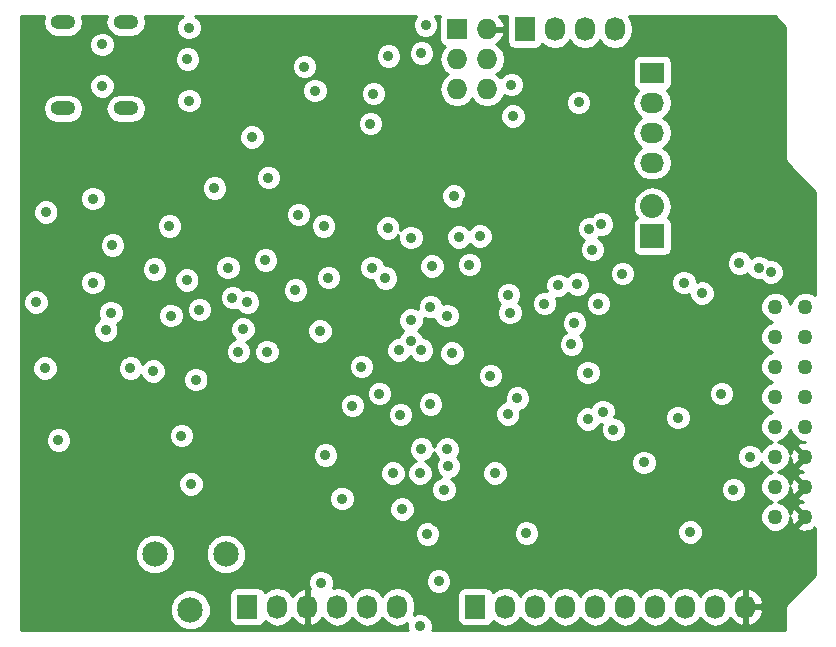
<source format=gbr>
G04 #@! TF.FileFunction,Copper,L2,Inr,Signal*
%FSLAX46Y46*%
G04 Gerber Fmt 4.6, Leading zero omitted, Abs format (unit mm)*
G04 Created by KiCad (PCBNEW (2015-01-06 BZR 5261)-product) date Thursday, April 09, 2015 'PMt' 11:27:51 PM*
%MOMM*%
G01*
G04 APERTURE LIST*
%ADD10C,0.152400*%
%ADD11C,1.270000*%
%ADD12C,2.150000*%
%ADD13R,1.727200X2.032000*%
%ADD14O,1.727200X2.032000*%
%ADD15R,2.032000X1.727200*%
%ADD16O,2.032000X1.727200*%
%ADD17R,2.032000X2.032000*%
%ADD18O,2.032000X2.032000*%
%ADD19O,2.100000X1.200000*%
%ADD20C,0.900000*%
%ADD21R,1.727200X1.727200*%
%ADD22O,1.727200X1.727200*%
%ADD23C,0.889000*%
%ADD24C,0.254000*%
G04 APERTURE END LIST*
D10*
D11*
X195326000Y-129413000D03*
X197866000Y-129413000D03*
X195326000Y-126873000D03*
X197866000Y-126873000D03*
X195326000Y-124333000D03*
X197866000Y-124333000D03*
X195326000Y-121793000D03*
X197866000Y-121793000D03*
X195326000Y-119253000D03*
X197866000Y-119253000D03*
X195326000Y-116713000D03*
X197866000Y-116713000D03*
X195326000Y-114173000D03*
X197866000Y-114173000D03*
X195326000Y-111633000D03*
X197866000Y-111633000D03*
D12*
X142796000Y-132588000D03*
X148796000Y-132588000D03*
X145796000Y-137288000D03*
D13*
X150622000Y-137033000D03*
D14*
X153162000Y-137033000D03*
X155702000Y-137033000D03*
X158242000Y-137033000D03*
X160782000Y-137033000D03*
X163322000Y-137033000D03*
D13*
X169926000Y-137033000D03*
D14*
X172466000Y-137033000D03*
X175006000Y-137033000D03*
X177546000Y-137033000D03*
X180086000Y-137033000D03*
X182626000Y-137033000D03*
X185166000Y-137033000D03*
X187706000Y-137033000D03*
X190246000Y-137033000D03*
X192786000Y-137033000D03*
D15*
X184912000Y-91821000D03*
D16*
X184912000Y-94361000D03*
X184912000Y-96901000D03*
X184912000Y-99441000D03*
D17*
X184912000Y-105664000D03*
D18*
X184912000Y-103124000D03*
D19*
X140323000Y-87536000D03*
X140323000Y-94836000D03*
X135023000Y-94836000D03*
X135023000Y-87536000D03*
D20*
X138323000Y-89436000D03*
X138323000Y-92936000D03*
D21*
X168402000Y-88138000D03*
D22*
X170942000Y-88138000D03*
X168402000Y-90678000D03*
X170942000Y-90678000D03*
X168402000Y-93218000D03*
X170942000Y-93218000D03*
D13*
X174117000Y-88138000D03*
D14*
X176657000Y-88138000D03*
X179197000Y-88138000D03*
X181737000Y-88138000D03*
D11*
X156718000Y-129667000D03*
X139344400Y-120802400D03*
X137414000Y-98094800D03*
X142290800Y-94030800D03*
X142392400Y-113944400D03*
X155346400Y-121666000D03*
X176936400Y-124561600D03*
X166776400Y-129692400D03*
X181203600Y-124612400D03*
X181965600Y-113233200D03*
X169367200Y-102870000D03*
X173685200Y-105257600D03*
X136855200Y-123799600D03*
X156159200Y-88696800D03*
X142646400Y-106375200D03*
X188925200Y-124612400D03*
X174091600Y-124506010D03*
X148717000Y-96774000D03*
X165354000Y-104267000D03*
X173434195Y-98506858D03*
X161243990Y-110363000D03*
D23*
X156768800Y-113690400D03*
X146558000Y-111887000D03*
X145669000Y-88011000D03*
X145542000Y-90678000D03*
X132715000Y-111252000D03*
X133477000Y-116840000D03*
X134620000Y-122936000D03*
X145034000Y-122555000D03*
X192278000Y-107950000D03*
X189103000Y-110490000D03*
X190754000Y-118999000D03*
X188112400Y-130708400D03*
X184200800Y-124815600D03*
X172669200Y-120700800D03*
X163728400Y-128778000D03*
X145491200Y-109372400D03*
X145694400Y-94183200D03*
X146253200Y-117805200D03*
X154940000Y-103835200D03*
X157480000Y-109169200D03*
X167640000Y-125120400D03*
X176936400Y-109829600D03*
X165709600Y-87782400D03*
X144018000Y-104800400D03*
X133553200Y-103632000D03*
X138633200Y-113588800D03*
X142646400Y-117094000D03*
X145846800Y-126644400D03*
X167944800Y-115570000D03*
X151003000Y-97282000D03*
X161036000Y-96139000D03*
X152273000Y-115443000D03*
X162306000Y-109220000D03*
X152400000Y-100711000D03*
X180594000Y-104648000D03*
X148971000Y-108331000D03*
X139192000Y-106426000D03*
X157226000Y-124206000D03*
X162941000Y-125730000D03*
X165227000Y-125730000D03*
X179578000Y-105029000D03*
X180340000Y-111379000D03*
X179451000Y-117221000D03*
X179451000Y-121158000D03*
X174244000Y-130810000D03*
X167259000Y-127127000D03*
X162560000Y-90424000D03*
X164465000Y-105791000D03*
X172974000Y-92837000D03*
X173098346Y-95503722D03*
X178562000Y-109728000D03*
X178308000Y-113030000D03*
X172847000Y-112141000D03*
X172720000Y-110617000D03*
X165354000Y-90170000D03*
X166116000Y-119888000D03*
X150241000Y-113538000D03*
X150622000Y-111252000D03*
X152146000Y-107696000D03*
X154686000Y-110236000D03*
X160274000Y-116713000D03*
X144145000Y-112395000D03*
X171577000Y-125730000D03*
X193167000Y-124333000D03*
X193929000Y-108331000D03*
X156845000Y-135001000D03*
X191770000Y-127127000D03*
X194945000Y-108712000D03*
X165354000Y-123698000D03*
X163576000Y-120777000D03*
X167509111Y-123701889D03*
X164465000Y-114554000D03*
X163449000Y-115316000D03*
X164465000Y-112776000D03*
X173482000Y-119380000D03*
X180721000Y-120523000D03*
X187071000Y-121031000D03*
X165354000Y-115316000D03*
X181610000Y-122047000D03*
X171196000Y-117475000D03*
X166116000Y-111633000D03*
X178054000Y-114808000D03*
X166243000Y-108204000D03*
X147828000Y-101600000D03*
X168529000Y-105727500D03*
X167513000Y-112395000D03*
X175768000Y-111379000D03*
X187579000Y-109601000D03*
X169418000Y-108077000D03*
X161163000Y-108331000D03*
X139065000Y-112141000D03*
X142748000Y-108458000D03*
X149352000Y-110871000D03*
X149860000Y-115443000D03*
X140716000Y-116840000D03*
X179832000Y-106807000D03*
X182372000Y-108839000D03*
X137541000Y-102489000D03*
X155448000Y-91313000D03*
X158635231Y-127876769D03*
X166814500Y-134874000D03*
X165862000Y-130873500D03*
X170307000Y-105664000D03*
X165227000Y-138684000D03*
X159512000Y-120015000D03*
X161798000Y-118999000D03*
X137541000Y-109601000D03*
X178663600Y-94335600D03*
X168097200Y-102260400D03*
X162509200Y-104952800D03*
X157073600Y-104800400D03*
X156337000Y-93345000D03*
X161290000Y-93599000D03*
D24*
G36*
X198705000Y-134336264D02*
X198574528Y-134466736D01*
X196365632Y-136675632D01*
X196217143Y-136897862D01*
X196165000Y-137160000D01*
X196165000Y-139015000D01*
X194271184Y-139015000D01*
X194271184Y-137394913D01*
X194271184Y-136671087D01*
X194077954Y-136118680D01*
X193688036Y-135682268D01*
X193160791Y-135428291D01*
X193145026Y-135425642D01*
X192913000Y-135546783D01*
X192913000Y-136906000D01*
X194126924Y-136906000D01*
X194271184Y-136671087D01*
X194271184Y-137394913D01*
X194126924Y-137160000D01*
X192913000Y-137160000D01*
X192913000Y-138519217D01*
X193145026Y-138640358D01*
X193160791Y-138637709D01*
X193688036Y-138383732D01*
X194077954Y-137947320D01*
X194271184Y-137394913D01*
X194271184Y-139015000D01*
X192849687Y-139015000D01*
X192849687Y-126913216D01*
X192685689Y-126516311D01*
X192382286Y-126212378D01*
X191985668Y-126047687D01*
X191833687Y-126047554D01*
X191833687Y-118785216D01*
X191669689Y-118388311D01*
X191366286Y-118084378D01*
X190969668Y-117919687D01*
X190540216Y-117919313D01*
X190182687Y-118067041D01*
X190182687Y-110276216D01*
X190018689Y-109879311D01*
X189715286Y-109575378D01*
X189318668Y-109410687D01*
X188889216Y-109410313D01*
X188658583Y-109505608D01*
X188658687Y-109387216D01*
X188494689Y-108990311D01*
X188191286Y-108686378D01*
X187794668Y-108521687D01*
X187365216Y-108521313D01*
X186968311Y-108685311D01*
X186664378Y-108988714D01*
X186595345Y-109154963D01*
X186595345Y-99441000D01*
X186481271Y-98867511D01*
X186156415Y-98381330D01*
X185841634Y-98171000D01*
X186156415Y-97960670D01*
X186481271Y-97474489D01*
X186595345Y-96901000D01*
X186481271Y-96327511D01*
X186156415Y-95841330D01*
X185841634Y-95631000D01*
X186156415Y-95420670D01*
X186481271Y-94934489D01*
X186595345Y-94361000D01*
X186481271Y-93787511D01*
X186156415Y-93301330D01*
X186140632Y-93290784D01*
X186170123Y-93285063D01*
X186382927Y-93145273D01*
X186525377Y-92934240D01*
X186575440Y-92684600D01*
X186575440Y-90957400D01*
X186528463Y-90715277D01*
X186388673Y-90502473D01*
X186177640Y-90360023D01*
X185928000Y-90309960D01*
X183896000Y-90309960D01*
X183653877Y-90356937D01*
X183441073Y-90496727D01*
X183298623Y-90707760D01*
X183248560Y-90957400D01*
X183248560Y-92684600D01*
X183295537Y-92926723D01*
X183435327Y-93139527D01*
X183646360Y-93281977D01*
X183684962Y-93289718D01*
X183667585Y-93301330D01*
X183342729Y-93787511D01*
X183228655Y-94361000D01*
X183342729Y-94934489D01*
X183667585Y-95420670D01*
X183982365Y-95631000D01*
X183667585Y-95841330D01*
X183342729Y-96327511D01*
X183228655Y-96901000D01*
X183342729Y-97474489D01*
X183667585Y-97960670D01*
X183982365Y-98171000D01*
X183667585Y-98381330D01*
X183342729Y-98867511D01*
X183228655Y-99441000D01*
X183342729Y-100014489D01*
X183667585Y-100500670D01*
X184153766Y-100825526D01*
X184727255Y-100939600D01*
X185096745Y-100939600D01*
X185670234Y-100825526D01*
X186156415Y-100500670D01*
X186481271Y-100014489D01*
X186595345Y-99441000D01*
X186595345Y-109154963D01*
X186575440Y-109202899D01*
X186575440Y-106680000D01*
X186575440Y-104648000D01*
X186528463Y-104405877D01*
X186388673Y-104193073D01*
X186235743Y-104089843D01*
X186437325Y-103788155D01*
X186563000Y-103156345D01*
X186563000Y-103091655D01*
X186437325Y-102459845D01*
X186079433Y-101924222D01*
X185543810Y-101566330D01*
X184912000Y-101440655D01*
X184280190Y-101566330D01*
X183744567Y-101924222D01*
X183386675Y-102459845D01*
X183261000Y-103091655D01*
X183261000Y-103156345D01*
X183386675Y-103788155D01*
X183588627Y-104090398D01*
X183441073Y-104187327D01*
X183298623Y-104398360D01*
X183248560Y-104648000D01*
X183248560Y-106680000D01*
X183295537Y-106922123D01*
X183435327Y-107134927D01*
X183646360Y-107277377D01*
X183896000Y-107327440D01*
X185928000Y-107327440D01*
X186170123Y-107280463D01*
X186382927Y-107140673D01*
X186525377Y-106929640D01*
X186575440Y-106680000D01*
X186575440Y-109202899D01*
X186499687Y-109385332D01*
X186499313Y-109814784D01*
X186663311Y-110211689D01*
X186966714Y-110515622D01*
X187363332Y-110680313D01*
X187792784Y-110680687D01*
X188023416Y-110585391D01*
X188023313Y-110703784D01*
X188187311Y-111100689D01*
X188490714Y-111404622D01*
X188887332Y-111569313D01*
X189316784Y-111569687D01*
X189713689Y-111405689D01*
X190017622Y-111102286D01*
X190182313Y-110705668D01*
X190182687Y-110276216D01*
X190182687Y-118067041D01*
X190143311Y-118083311D01*
X189839378Y-118386714D01*
X189674687Y-118783332D01*
X189674313Y-119212784D01*
X189838311Y-119609689D01*
X190141714Y-119913622D01*
X190538332Y-120078313D01*
X190967784Y-120078687D01*
X191364689Y-119914689D01*
X191668622Y-119611286D01*
X191833313Y-119214668D01*
X191833687Y-118785216D01*
X191833687Y-126047554D01*
X191556216Y-126047313D01*
X191159311Y-126211311D01*
X190855378Y-126514714D01*
X190690687Y-126911332D01*
X190690313Y-127340784D01*
X190854311Y-127737689D01*
X191157714Y-128041622D01*
X191554332Y-128206313D01*
X191983784Y-128206687D01*
X192380689Y-128042689D01*
X192684622Y-127739286D01*
X192849313Y-127342668D01*
X192849687Y-126913216D01*
X192849687Y-139015000D01*
X192659000Y-139015000D01*
X192659000Y-138519217D01*
X192659000Y-137160000D01*
X192639000Y-137160000D01*
X192639000Y-136906000D01*
X192659000Y-136906000D01*
X192659000Y-135546783D01*
X192426974Y-135425642D01*
X192411209Y-135428291D01*
X191883964Y-135682268D01*
X191512460Y-136098069D01*
X191305670Y-135788585D01*
X190819489Y-135463729D01*
X190246000Y-135349655D01*
X189672511Y-135463729D01*
X189192087Y-135784738D01*
X189192087Y-130494616D01*
X189028089Y-130097711D01*
X188724686Y-129793778D01*
X188328068Y-129629087D01*
X188150687Y-129628932D01*
X188150687Y-120817216D01*
X187986689Y-120420311D01*
X187683286Y-120116378D01*
X187286668Y-119951687D01*
X186857216Y-119951313D01*
X186460311Y-120115311D01*
X186156378Y-120418714D01*
X185991687Y-120815332D01*
X185991313Y-121244784D01*
X186155311Y-121641689D01*
X186458714Y-121945622D01*
X186855332Y-122110313D01*
X187284784Y-122110687D01*
X187681689Y-121946689D01*
X187985622Y-121643286D01*
X188150313Y-121246668D01*
X188150687Y-120817216D01*
X188150687Y-129628932D01*
X187898616Y-129628713D01*
X187501711Y-129792711D01*
X187197778Y-130096114D01*
X187033087Y-130492732D01*
X187032713Y-130922184D01*
X187196711Y-131319089D01*
X187500114Y-131623022D01*
X187896732Y-131787713D01*
X188326184Y-131788087D01*
X188723089Y-131624089D01*
X189027022Y-131320686D01*
X189191713Y-130924068D01*
X189192087Y-130494616D01*
X189192087Y-135784738D01*
X189186330Y-135788585D01*
X188976000Y-136103365D01*
X188765670Y-135788585D01*
X188279489Y-135463729D01*
X187706000Y-135349655D01*
X187132511Y-135463729D01*
X186646330Y-135788585D01*
X186436000Y-136103365D01*
X186225670Y-135788585D01*
X185739489Y-135463729D01*
X185280487Y-135372427D01*
X185280487Y-124601816D01*
X185116489Y-124204911D01*
X184813086Y-123900978D01*
X184416468Y-123736287D01*
X183987016Y-123735913D01*
X183590111Y-123899911D01*
X183451687Y-124038093D01*
X183451687Y-108625216D01*
X183287689Y-108228311D01*
X182984286Y-107924378D01*
X182587668Y-107759687D01*
X182158216Y-107759313D01*
X181761311Y-107923311D01*
X181673687Y-108010782D01*
X181673687Y-104434216D01*
X181509689Y-104037311D01*
X181206286Y-103733378D01*
X180809668Y-103568687D01*
X180380216Y-103568313D01*
X179983311Y-103732311D01*
X179765579Y-103949662D01*
X179743287Y-103949642D01*
X179743287Y-94121816D01*
X179579289Y-93724911D01*
X179275886Y-93420978D01*
X178879268Y-93256287D01*
X178449816Y-93255913D01*
X178052911Y-93419911D01*
X177748978Y-93723314D01*
X177584287Y-94119932D01*
X177583913Y-94549384D01*
X177747911Y-94946289D01*
X178051314Y-95250222D01*
X178447932Y-95414913D01*
X178877384Y-95415287D01*
X179274289Y-95251289D01*
X179578222Y-94947886D01*
X179742913Y-94551268D01*
X179743287Y-94121816D01*
X179743287Y-103949642D01*
X179364216Y-103949313D01*
X178967311Y-104113311D01*
X178663378Y-104416714D01*
X178498687Y-104813332D01*
X178498313Y-105242784D01*
X178662311Y-105639689D01*
X178965714Y-105943622D01*
X179109216Y-106003209D01*
X178917378Y-106194714D01*
X178752687Y-106591332D01*
X178752313Y-107020784D01*
X178916311Y-107417689D01*
X179219714Y-107721622D01*
X179616332Y-107886313D01*
X180045784Y-107886687D01*
X180442689Y-107722689D01*
X180746622Y-107419286D01*
X180911313Y-107022668D01*
X180911687Y-106593216D01*
X180747689Y-106196311D01*
X180444286Y-105892378D01*
X180300783Y-105832790D01*
X180406420Y-105727337D01*
X180807784Y-105727687D01*
X181204689Y-105563689D01*
X181508622Y-105260286D01*
X181673313Y-104863668D01*
X181673687Y-104434216D01*
X181673687Y-108010782D01*
X181457378Y-108226714D01*
X181292687Y-108623332D01*
X181292313Y-109052784D01*
X181456311Y-109449689D01*
X181759714Y-109753622D01*
X182156332Y-109918313D01*
X182585784Y-109918687D01*
X182982689Y-109754689D01*
X183286622Y-109451286D01*
X183451313Y-109054668D01*
X183451687Y-108625216D01*
X183451687Y-124038093D01*
X183286178Y-124203314D01*
X183121487Y-124599932D01*
X183121113Y-125029384D01*
X183285111Y-125426289D01*
X183588514Y-125730222D01*
X183985132Y-125894913D01*
X184414584Y-125895287D01*
X184811489Y-125731289D01*
X185115422Y-125427886D01*
X185280113Y-125031268D01*
X185280487Y-124601816D01*
X185280487Y-135372427D01*
X185166000Y-135349655D01*
X184592511Y-135463729D01*
X184106330Y-135788585D01*
X183896000Y-136103365D01*
X183685670Y-135788585D01*
X183199489Y-135463729D01*
X182689687Y-135362323D01*
X182689687Y-121833216D01*
X182525689Y-121436311D01*
X182222286Y-121132378D01*
X181825668Y-120967687D01*
X181705259Y-120967582D01*
X181800313Y-120738668D01*
X181800687Y-120309216D01*
X181636689Y-119912311D01*
X181419687Y-119694929D01*
X181419687Y-111165216D01*
X181255689Y-110768311D01*
X180952286Y-110464378D01*
X180555668Y-110299687D01*
X180126216Y-110299313D01*
X179729311Y-110463311D01*
X179641687Y-110550782D01*
X179641687Y-109514216D01*
X179477689Y-109117311D01*
X179174286Y-108813378D01*
X178777668Y-108648687D01*
X178348216Y-108648313D01*
X177951311Y-108812311D01*
X177698313Y-109064867D01*
X177548686Y-108914978D01*
X177152068Y-108750287D01*
X176722616Y-108749913D01*
X176325711Y-108913911D01*
X176021778Y-109217314D01*
X175857087Y-109613932D01*
X175856713Y-110043384D01*
X175962607Y-110299668D01*
X175554216Y-110299313D01*
X175157311Y-110463311D01*
X174853378Y-110766714D01*
X174688687Y-111163332D01*
X174688313Y-111592784D01*
X174852311Y-111989689D01*
X175155714Y-112293622D01*
X175552332Y-112458313D01*
X175981784Y-112458687D01*
X176378689Y-112294689D01*
X176682622Y-111991286D01*
X176847313Y-111594668D01*
X176847687Y-111165216D01*
X176741792Y-110908931D01*
X177150184Y-110909287D01*
X177547089Y-110745289D01*
X177800086Y-110492732D01*
X177949714Y-110642622D01*
X178346332Y-110807313D01*
X178775784Y-110807687D01*
X179172689Y-110643689D01*
X179476622Y-110340286D01*
X179641313Y-109943668D01*
X179641687Y-109514216D01*
X179641687Y-110550782D01*
X179425378Y-110766714D01*
X179260687Y-111163332D01*
X179260313Y-111592784D01*
X179424311Y-111989689D01*
X179727714Y-112293622D01*
X180124332Y-112458313D01*
X180553784Y-112458687D01*
X180950689Y-112294689D01*
X181254622Y-111991286D01*
X181419313Y-111594668D01*
X181419687Y-111165216D01*
X181419687Y-119694929D01*
X181333286Y-119608378D01*
X180936668Y-119443687D01*
X180530687Y-119443333D01*
X180530687Y-117007216D01*
X180366689Y-116610311D01*
X180063286Y-116306378D01*
X179666668Y-116141687D01*
X179387687Y-116141444D01*
X179387687Y-112816216D01*
X179223689Y-112419311D01*
X178920286Y-112115378D01*
X178523668Y-111950687D01*
X178094216Y-111950313D01*
X177697311Y-112114311D01*
X177393378Y-112417714D01*
X177228687Y-112814332D01*
X177228313Y-113243784D01*
X177392311Y-113640689D01*
X177585036Y-113833751D01*
X177443311Y-113892311D01*
X177139378Y-114195714D01*
X176974687Y-114592332D01*
X176974313Y-115021784D01*
X177138311Y-115418689D01*
X177441714Y-115722622D01*
X177838332Y-115887313D01*
X178267784Y-115887687D01*
X178664689Y-115723689D01*
X178968622Y-115420286D01*
X179133313Y-115023668D01*
X179133687Y-114594216D01*
X178969689Y-114197311D01*
X178776963Y-114004248D01*
X178918689Y-113945689D01*
X179222622Y-113642286D01*
X179387313Y-113245668D01*
X179387687Y-112816216D01*
X179387687Y-116141444D01*
X179237216Y-116141313D01*
X178840311Y-116305311D01*
X178536378Y-116608714D01*
X178371687Y-117005332D01*
X178371313Y-117434784D01*
X178535311Y-117831689D01*
X178838714Y-118135622D01*
X179235332Y-118300313D01*
X179664784Y-118300687D01*
X180061689Y-118136689D01*
X180365622Y-117833286D01*
X180530313Y-117436668D01*
X180530687Y-117007216D01*
X180530687Y-119443333D01*
X180507216Y-119443313D01*
X180110311Y-119607311D01*
X179806378Y-119910714D01*
X179726340Y-120103465D01*
X179666668Y-120078687D01*
X179237216Y-120078313D01*
X178840311Y-120242311D01*
X178536378Y-120545714D01*
X178371687Y-120942332D01*
X178371313Y-121371784D01*
X178535311Y-121768689D01*
X178838714Y-122072622D01*
X179235332Y-122237313D01*
X179664784Y-122237687D01*
X180061689Y-122073689D01*
X180365622Y-121770286D01*
X180445659Y-121577534D01*
X180505332Y-121602313D01*
X180625740Y-121602417D01*
X180530687Y-121831332D01*
X180530313Y-122260784D01*
X180694311Y-122657689D01*
X180997714Y-122961622D01*
X181394332Y-123126313D01*
X181823784Y-123126687D01*
X182220689Y-122962689D01*
X182524622Y-122659286D01*
X182689313Y-122262668D01*
X182689687Y-121833216D01*
X182689687Y-135362323D01*
X182626000Y-135349655D01*
X182052511Y-135463729D01*
X181566330Y-135788585D01*
X181356000Y-136103365D01*
X181145670Y-135788585D01*
X180659489Y-135463729D01*
X180086000Y-135349655D01*
X179512511Y-135463729D01*
X179026330Y-135788585D01*
X178816000Y-136103365D01*
X178605670Y-135788585D01*
X178119489Y-135463729D01*
X177546000Y-135349655D01*
X176972511Y-135463729D01*
X176486330Y-135788585D01*
X176276000Y-136103365D01*
X176065670Y-135788585D01*
X175579489Y-135463729D01*
X175323687Y-135412846D01*
X175323687Y-130596216D01*
X175159689Y-130199311D01*
X174856286Y-129895378D01*
X174561687Y-129773049D01*
X174561687Y-119166216D01*
X174397689Y-118769311D01*
X174178033Y-118549271D01*
X174178033Y-95289938D01*
X174014035Y-94893033D01*
X173710632Y-94589100D01*
X173314014Y-94424409D01*
X172884562Y-94424035D01*
X172487657Y-94588033D01*
X172183724Y-94891436D01*
X172019033Y-95288054D01*
X172018659Y-95717506D01*
X172182657Y-96114411D01*
X172486060Y-96418344D01*
X172882678Y-96583035D01*
X173312130Y-96583409D01*
X173709035Y-96419411D01*
X174012968Y-96116008D01*
X174177659Y-95719390D01*
X174178033Y-95289938D01*
X174178033Y-118549271D01*
X174094286Y-118465378D01*
X173926687Y-118395784D01*
X173926687Y-111927216D01*
X173762689Y-111530311D01*
X173548254Y-111315502D01*
X173634622Y-111229286D01*
X173799313Y-110832668D01*
X173799687Y-110403216D01*
X173635689Y-110006311D01*
X173332286Y-109702378D01*
X172935668Y-109537687D01*
X172506216Y-109537313D01*
X172109311Y-109701311D01*
X171805378Y-110004714D01*
X171640687Y-110401332D01*
X171640313Y-110830784D01*
X171804311Y-111227689D01*
X172018745Y-111442497D01*
X171932378Y-111528714D01*
X171767687Y-111925332D01*
X171767313Y-112354784D01*
X171931311Y-112751689D01*
X172234714Y-113055622D01*
X172631332Y-113220313D01*
X173060784Y-113220687D01*
X173457689Y-113056689D01*
X173761622Y-112753286D01*
X173926313Y-112356668D01*
X173926687Y-111927216D01*
X173926687Y-118395784D01*
X173697668Y-118300687D01*
X173268216Y-118300313D01*
X172871311Y-118464311D01*
X172567378Y-118767714D01*
X172402687Y-119164332D01*
X172402313Y-119593784D01*
X172419702Y-119635869D01*
X172275687Y-119695375D01*
X172275687Y-117261216D01*
X172111689Y-116864311D01*
X171808286Y-116560378D01*
X171411668Y-116395687D01*
X171386687Y-116395665D01*
X171386687Y-105450216D01*
X171222689Y-105053311D01*
X170919286Y-104749378D01*
X170522668Y-104584687D01*
X170093216Y-104584313D01*
X169696311Y-104748311D01*
X169392378Y-105051714D01*
X169388655Y-105060679D01*
X169176887Y-104848541D01*
X169176887Y-102046616D01*
X169012889Y-101649711D01*
X168709486Y-101345778D01*
X168312868Y-101181087D01*
X167883416Y-101180713D01*
X167486511Y-101344711D01*
X167182578Y-101648114D01*
X167017887Y-102044732D01*
X167017513Y-102474184D01*
X167181511Y-102871089D01*
X167484914Y-103175022D01*
X167881532Y-103339713D01*
X168310984Y-103340087D01*
X168707889Y-103176089D01*
X169011822Y-102872686D01*
X169176513Y-102476068D01*
X169176887Y-102046616D01*
X169176887Y-104848541D01*
X169141286Y-104812878D01*
X168744668Y-104648187D01*
X168315216Y-104647813D01*
X167918311Y-104811811D01*
X167614378Y-105115214D01*
X167449687Y-105511832D01*
X167449313Y-105941284D01*
X167613311Y-106338189D01*
X167916714Y-106642122D01*
X168313332Y-106806813D01*
X168742784Y-106807187D01*
X169139689Y-106643189D01*
X169443622Y-106339786D01*
X169447344Y-106330820D01*
X169694714Y-106578622D01*
X170091332Y-106743313D01*
X170520784Y-106743687D01*
X170917689Y-106579689D01*
X171221622Y-106276286D01*
X171386313Y-105879668D01*
X171386687Y-105450216D01*
X171386687Y-116395665D01*
X170982216Y-116395313D01*
X170585311Y-116559311D01*
X170497687Y-116646782D01*
X170497687Y-107863216D01*
X170333689Y-107466311D01*
X170030286Y-107162378D01*
X169633668Y-106997687D01*
X169204216Y-106997313D01*
X168807311Y-107161311D01*
X168503378Y-107464714D01*
X168338687Y-107861332D01*
X168338313Y-108290784D01*
X168502311Y-108687689D01*
X168805714Y-108991622D01*
X169202332Y-109156313D01*
X169631784Y-109156687D01*
X170028689Y-108992689D01*
X170332622Y-108689286D01*
X170497313Y-108292668D01*
X170497687Y-107863216D01*
X170497687Y-116646782D01*
X170281378Y-116862714D01*
X170116687Y-117259332D01*
X170116313Y-117688784D01*
X170280311Y-118085689D01*
X170583714Y-118389622D01*
X170980332Y-118554313D01*
X171409784Y-118554687D01*
X171806689Y-118390689D01*
X172110622Y-118087286D01*
X172275313Y-117690668D01*
X172275687Y-117261216D01*
X172275687Y-119695375D01*
X172058511Y-119785111D01*
X171754578Y-120088514D01*
X171589887Y-120485132D01*
X171589513Y-120914584D01*
X171753511Y-121311489D01*
X172056914Y-121615422D01*
X172453532Y-121780113D01*
X172882984Y-121780487D01*
X173279889Y-121616489D01*
X173583822Y-121313086D01*
X173748513Y-120916468D01*
X173748887Y-120487016D01*
X173731497Y-120444930D01*
X174092689Y-120295689D01*
X174396622Y-119992286D01*
X174561313Y-119595668D01*
X174561687Y-119166216D01*
X174561687Y-129773049D01*
X174459668Y-129730687D01*
X174030216Y-129730313D01*
X173633311Y-129894311D01*
X173329378Y-130197714D01*
X173164687Y-130594332D01*
X173164313Y-131023784D01*
X173328311Y-131420689D01*
X173631714Y-131724622D01*
X174028332Y-131889313D01*
X174457784Y-131889687D01*
X174854689Y-131725689D01*
X175158622Y-131422286D01*
X175323313Y-131025668D01*
X175323687Y-130596216D01*
X175323687Y-135412846D01*
X175006000Y-135349655D01*
X174432511Y-135463729D01*
X173946330Y-135788585D01*
X173736000Y-136103365D01*
X173525670Y-135788585D01*
X173039489Y-135463729D01*
X172656687Y-135387584D01*
X172656687Y-125516216D01*
X172492689Y-125119311D01*
X172189286Y-124815378D01*
X171792668Y-124650687D01*
X171363216Y-124650313D01*
X170966311Y-124814311D01*
X170662378Y-125117714D01*
X170497687Y-125514332D01*
X170497313Y-125943784D01*
X170661311Y-126340689D01*
X170964714Y-126644622D01*
X171361332Y-126809313D01*
X171790784Y-126809687D01*
X172187689Y-126645689D01*
X172491622Y-126342286D01*
X172656313Y-125945668D01*
X172656687Y-125516216D01*
X172656687Y-135387584D01*
X172466000Y-135349655D01*
X171892511Y-135463729D01*
X171406330Y-135788585D01*
X171395784Y-135804367D01*
X171390063Y-135774877D01*
X171250273Y-135562073D01*
X171039240Y-135419623D01*
X170789600Y-135369560D01*
X169062400Y-135369560D01*
X169024487Y-135376915D01*
X169024487Y-115356216D01*
X168860489Y-114959311D01*
X168592687Y-114691041D01*
X168592687Y-112181216D01*
X168428689Y-111784311D01*
X168125286Y-111480378D01*
X167728668Y-111315687D01*
X167322687Y-111315333D01*
X167322687Y-107990216D01*
X167158689Y-107593311D01*
X166855286Y-107289378D01*
X166458668Y-107124687D01*
X166433687Y-107124665D01*
X166433687Y-89956216D01*
X166269689Y-89559311D01*
X165966286Y-89255378D01*
X165569668Y-89090687D01*
X165140216Y-89090313D01*
X164743311Y-89254311D01*
X164439378Y-89557714D01*
X164274687Y-89954332D01*
X164274313Y-90383784D01*
X164438311Y-90780689D01*
X164741714Y-91084622D01*
X165138332Y-91249313D01*
X165567784Y-91249687D01*
X165964689Y-91085689D01*
X166268622Y-90782286D01*
X166433313Y-90385668D01*
X166433687Y-89956216D01*
X166433687Y-107124665D01*
X166029216Y-107124313D01*
X165632311Y-107288311D01*
X165544687Y-107375782D01*
X165544687Y-105577216D01*
X165380689Y-105180311D01*
X165077286Y-104876378D01*
X164680668Y-104711687D01*
X164251216Y-104711313D01*
X163854311Y-104875311D01*
X163639687Y-105089560D01*
X163639687Y-90210216D01*
X163475689Y-89813311D01*
X163172286Y-89509378D01*
X162775668Y-89344687D01*
X162346216Y-89344313D01*
X161949311Y-89508311D01*
X161645378Y-89811714D01*
X161480687Y-90208332D01*
X161480313Y-90637784D01*
X161644311Y-91034689D01*
X161947714Y-91338622D01*
X162344332Y-91503313D01*
X162773784Y-91503687D01*
X163170689Y-91339689D01*
X163474622Y-91036286D01*
X163639313Y-90639668D01*
X163639687Y-90210216D01*
X163639687Y-105089560D01*
X163588537Y-105140621D01*
X163588887Y-104739016D01*
X163424889Y-104342111D01*
X163121486Y-104038178D01*
X162724868Y-103873487D01*
X162369687Y-103873177D01*
X162369687Y-93385216D01*
X162205689Y-92988311D01*
X161902286Y-92684378D01*
X161505668Y-92519687D01*
X161076216Y-92519313D01*
X160679311Y-92683311D01*
X160375378Y-92986714D01*
X160210687Y-93383332D01*
X160210313Y-93812784D01*
X160374311Y-94209689D01*
X160677714Y-94513622D01*
X161074332Y-94678313D01*
X161503784Y-94678687D01*
X161900689Y-94514689D01*
X162204622Y-94211286D01*
X162369313Y-93814668D01*
X162369687Y-93385216D01*
X162369687Y-103873177D01*
X162295416Y-103873113D01*
X162115687Y-103947375D01*
X162115687Y-95925216D01*
X161951689Y-95528311D01*
X161648286Y-95224378D01*
X161251668Y-95059687D01*
X160822216Y-95059313D01*
X160425311Y-95223311D01*
X160121378Y-95526714D01*
X159956687Y-95923332D01*
X159956313Y-96352784D01*
X160120311Y-96749689D01*
X160423714Y-97053622D01*
X160820332Y-97218313D01*
X161249784Y-97218687D01*
X161646689Y-97054689D01*
X161950622Y-96751286D01*
X162115313Y-96354668D01*
X162115687Y-95925216D01*
X162115687Y-103947375D01*
X161898511Y-104037111D01*
X161594578Y-104340514D01*
X161429887Y-104737132D01*
X161429513Y-105166584D01*
X161593511Y-105563489D01*
X161896914Y-105867422D01*
X162293532Y-106032113D01*
X162722984Y-106032487D01*
X163119889Y-105868489D01*
X163385662Y-105603178D01*
X163385313Y-106004784D01*
X163549311Y-106401689D01*
X163852714Y-106705622D01*
X164249332Y-106870313D01*
X164678784Y-106870687D01*
X165075689Y-106706689D01*
X165379622Y-106403286D01*
X165544313Y-106006668D01*
X165544687Y-105577216D01*
X165544687Y-107375782D01*
X165328378Y-107591714D01*
X165163687Y-107988332D01*
X165163313Y-108417784D01*
X165327311Y-108814689D01*
X165630714Y-109118622D01*
X166027332Y-109283313D01*
X166456784Y-109283687D01*
X166853689Y-109119689D01*
X167157622Y-108816286D01*
X167322313Y-108419668D01*
X167322687Y-107990216D01*
X167322687Y-111315333D01*
X167299216Y-111315313D01*
X167174113Y-111367004D01*
X167031689Y-111022311D01*
X166728286Y-110718378D01*
X166331668Y-110553687D01*
X165902216Y-110553313D01*
X165505311Y-110717311D01*
X165201378Y-111020714D01*
X165036687Y-111417332D01*
X165036315Y-111844365D01*
X164680668Y-111696687D01*
X164251216Y-111696313D01*
X163854311Y-111860311D01*
X163550378Y-112163714D01*
X163385687Y-112560332D01*
X163385687Y-109006216D01*
X163221689Y-108609311D01*
X162918286Y-108305378D01*
X162521668Y-108140687D01*
X162242666Y-108140444D01*
X162242687Y-108117216D01*
X162078689Y-107720311D01*
X161775286Y-107416378D01*
X161378668Y-107251687D01*
X160949216Y-107251313D01*
X160552311Y-107415311D01*
X160248378Y-107718714D01*
X160083687Y-108115332D01*
X160083313Y-108544784D01*
X160247311Y-108941689D01*
X160550714Y-109245622D01*
X160947332Y-109410313D01*
X161226333Y-109410555D01*
X161226313Y-109433784D01*
X161390311Y-109830689D01*
X161693714Y-110134622D01*
X162090332Y-110299313D01*
X162519784Y-110299687D01*
X162916689Y-110135689D01*
X163220622Y-109832286D01*
X163385313Y-109435668D01*
X163385687Y-109006216D01*
X163385687Y-112560332D01*
X163385313Y-112989784D01*
X163549311Y-113386689D01*
X163827355Y-113665219D01*
X163550378Y-113941714D01*
X163427979Y-114236480D01*
X163235216Y-114236313D01*
X162838311Y-114400311D01*
X162534378Y-114703714D01*
X162369687Y-115100332D01*
X162369313Y-115529784D01*
X162533311Y-115926689D01*
X162836714Y-116230622D01*
X163233332Y-116395313D01*
X163662784Y-116395687D01*
X164059689Y-116231689D01*
X164363622Y-115928286D01*
X164401389Y-115837332D01*
X164438311Y-115926689D01*
X164741714Y-116230622D01*
X165138332Y-116395313D01*
X165567784Y-116395687D01*
X165964689Y-116231689D01*
X166268622Y-115928286D01*
X166433313Y-115531668D01*
X166433687Y-115102216D01*
X166269689Y-114705311D01*
X165966286Y-114401378D01*
X165569668Y-114236687D01*
X165501885Y-114236627D01*
X165380689Y-113943311D01*
X165102644Y-113664780D01*
X165379622Y-113388286D01*
X165544313Y-112991668D01*
X165544684Y-112564634D01*
X165900332Y-112712313D01*
X166329784Y-112712687D01*
X166454886Y-112660995D01*
X166597311Y-113005689D01*
X166900714Y-113309622D01*
X167297332Y-113474313D01*
X167726784Y-113474687D01*
X168123689Y-113310689D01*
X168427622Y-113007286D01*
X168592313Y-112610668D01*
X168592687Y-112181216D01*
X168592687Y-114691041D01*
X168557086Y-114655378D01*
X168160468Y-114490687D01*
X167731016Y-114490313D01*
X167334111Y-114654311D01*
X167030178Y-114957714D01*
X166865487Y-115354332D01*
X166865113Y-115783784D01*
X167029111Y-116180689D01*
X167332514Y-116484622D01*
X167729132Y-116649313D01*
X168158584Y-116649687D01*
X168555489Y-116485689D01*
X168859422Y-116182286D01*
X169024113Y-115785668D01*
X169024487Y-115356216D01*
X169024487Y-135376915D01*
X168820277Y-135416537D01*
X168719687Y-135482614D01*
X168719687Y-124906616D01*
X168555689Y-124509711D01*
X168392058Y-124345794D01*
X168423733Y-124314175D01*
X168588424Y-123917557D01*
X168588798Y-123488105D01*
X168424800Y-123091200D01*
X168121397Y-122787267D01*
X167724779Y-122622576D01*
X167295327Y-122622202D01*
X167195687Y-122663372D01*
X167195687Y-119674216D01*
X167031689Y-119277311D01*
X166728286Y-118973378D01*
X166331668Y-118808687D01*
X165902216Y-118808313D01*
X165505311Y-118972311D01*
X165201378Y-119275714D01*
X165036687Y-119672332D01*
X165036313Y-120101784D01*
X165200311Y-120498689D01*
X165503714Y-120802622D01*
X165900332Y-120967313D01*
X166329784Y-120967687D01*
X166726689Y-120803689D01*
X167030622Y-120500286D01*
X167195313Y-120103668D01*
X167195687Y-119674216D01*
X167195687Y-122663372D01*
X166898422Y-122786200D01*
X166594489Y-123089603D01*
X166432162Y-123480526D01*
X166269689Y-123087311D01*
X165966286Y-122783378D01*
X165569668Y-122618687D01*
X165140216Y-122618313D01*
X164743311Y-122782311D01*
X164655687Y-122869782D01*
X164655687Y-120563216D01*
X164491689Y-120166311D01*
X164188286Y-119862378D01*
X163791668Y-119697687D01*
X163362216Y-119697313D01*
X162965311Y-119861311D01*
X162877687Y-119948782D01*
X162877687Y-118785216D01*
X162713689Y-118388311D01*
X162410286Y-118084378D01*
X162013668Y-117919687D01*
X161584216Y-117919313D01*
X161353687Y-118014565D01*
X161353687Y-116499216D01*
X161189689Y-116102311D01*
X160886286Y-115798378D01*
X160489668Y-115633687D01*
X160060216Y-115633313D01*
X159663311Y-115797311D01*
X159359378Y-116100714D01*
X159194687Y-116497332D01*
X159194313Y-116926784D01*
X159358311Y-117323689D01*
X159661714Y-117627622D01*
X160058332Y-117792313D01*
X160487784Y-117792687D01*
X160884689Y-117628689D01*
X161188622Y-117325286D01*
X161353313Y-116928668D01*
X161353687Y-116499216D01*
X161353687Y-118014565D01*
X161187311Y-118083311D01*
X160883378Y-118386714D01*
X160718687Y-118783332D01*
X160718313Y-119212784D01*
X160882311Y-119609689D01*
X161185714Y-119913622D01*
X161582332Y-120078313D01*
X162011784Y-120078687D01*
X162408689Y-119914689D01*
X162712622Y-119611286D01*
X162877313Y-119214668D01*
X162877687Y-118785216D01*
X162877687Y-119948782D01*
X162661378Y-120164714D01*
X162496687Y-120561332D01*
X162496313Y-120990784D01*
X162660311Y-121387689D01*
X162963714Y-121691622D01*
X163360332Y-121856313D01*
X163789784Y-121856687D01*
X164186689Y-121692689D01*
X164490622Y-121389286D01*
X164655313Y-120992668D01*
X164655687Y-120563216D01*
X164655687Y-122869782D01*
X164439378Y-123085714D01*
X164274687Y-123482332D01*
X164274313Y-123911784D01*
X164438311Y-124308689D01*
X164741714Y-124612622D01*
X164922626Y-124687743D01*
X164616311Y-124814311D01*
X164312378Y-125117714D01*
X164147687Y-125514332D01*
X164147313Y-125943784D01*
X164311311Y-126340689D01*
X164614714Y-126644622D01*
X165011332Y-126809313D01*
X165440784Y-126809687D01*
X165837689Y-126645689D01*
X166141622Y-126342286D01*
X166306313Y-125945668D01*
X166306687Y-125516216D01*
X166142689Y-125119311D01*
X165839286Y-124815378D01*
X165658373Y-124740256D01*
X165964689Y-124613689D01*
X166268622Y-124310286D01*
X166430948Y-123919362D01*
X166593422Y-124312578D01*
X166757052Y-124476494D01*
X166725378Y-124508114D01*
X166560687Y-124904732D01*
X166560313Y-125334184D01*
X166724311Y-125731089D01*
X167027714Y-126035022D01*
X167057339Y-126047323D01*
X167045216Y-126047313D01*
X166648311Y-126211311D01*
X166344378Y-126514714D01*
X166179687Y-126911332D01*
X166179313Y-127340784D01*
X166343311Y-127737689D01*
X166646714Y-128041622D01*
X167043332Y-128206313D01*
X167472784Y-128206687D01*
X167869689Y-128042689D01*
X168173622Y-127739286D01*
X168338313Y-127342668D01*
X168338687Y-126913216D01*
X168174689Y-126516311D01*
X167871286Y-126212378D01*
X167841660Y-126200076D01*
X167853784Y-126200087D01*
X168250689Y-126036089D01*
X168554622Y-125732686D01*
X168719313Y-125336068D01*
X168719687Y-124906616D01*
X168719687Y-135482614D01*
X168607473Y-135556327D01*
X168465023Y-135767360D01*
X168414960Y-136017000D01*
X168414960Y-138049000D01*
X168461937Y-138291123D01*
X168601727Y-138503927D01*
X168812760Y-138646377D01*
X169062400Y-138696440D01*
X170789600Y-138696440D01*
X171031723Y-138649463D01*
X171244527Y-138509673D01*
X171386977Y-138298640D01*
X171394718Y-138260037D01*
X171406330Y-138277415D01*
X171892511Y-138602271D01*
X172466000Y-138716345D01*
X173039489Y-138602271D01*
X173525670Y-138277415D01*
X173736000Y-137962634D01*
X173946330Y-138277415D01*
X174432511Y-138602271D01*
X175006000Y-138716345D01*
X175579489Y-138602271D01*
X176065670Y-138277415D01*
X176276000Y-137962634D01*
X176486330Y-138277415D01*
X176972511Y-138602271D01*
X177546000Y-138716345D01*
X178119489Y-138602271D01*
X178605670Y-138277415D01*
X178816000Y-137962634D01*
X179026330Y-138277415D01*
X179512511Y-138602271D01*
X180086000Y-138716345D01*
X180659489Y-138602271D01*
X181145670Y-138277415D01*
X181356000Y-137962634D01*
X181566330Y-138277415D01*
X182052511Y-138602271D01*
X182626000Y-138716345D01*
X183199489Y-138602271D01*
X183685670Y-138277415D01*
X183896000Y-137962634D01*
X184106330Y-138277415D01*
X184592511Y-138602271D01*
X185166000Y-138716345D01*
X185739489Y-138602271D01*
X186225670Y-138277415D01*
X186436000Y-137962634D01*
X186646330Y-138277415D01*
X187132511Y-138602271D01*
X187706000Y-138716345D01*
X188279489Y-138602271D01*
X188765670Y-138277415D01*
X188976000Y-137962634D01*
X189186330Y-138277415D01*
X189672511Y-138602271D01*
X190246000Y-138716345D01*
X190819489Y-138602271D01*
X191305670Y-138277415D01*
X191512460Y-137967930D01*
X191883964Y-138383732D01*
X192411209Y-138637709D01*
X192426974Y-138640358D01*
X192659000Y-138519217D01*
X192659000Y-139015000D01*
X167894187Y-139015000D01*
X167894187Y-134660216D01*
X167730189Y-134263311D01*
X167426786Y-133959378D01*
X167030168Y-133794687D01*
X166941687Y-133794609D01*
X166941687Y-130659716D01*
X166777689Y-130262811D01*
X166474286Y-129958878D01*
X166077668Y-129794187D01*
X165648216Y-129793813D01*
X165251311Y-129957811D01*
X164947378Y-130261214D01*
X164808087Y-130596662D01*
X164808087Y-128564216D01*
X164644089Y-128167311D01*
X164340686Y-127863378D01*
X164020687Y-127730502D01*
X164020687Y-125516216D01*
X163856689Y-125119311D01*
X163553286Y-124815378D01*
X163156668Y-124650687D01*
X162727216Y-124650313D01*
X162330311Y-124814311D01*
X162026378Y-125117714D01*
X161861687Y-125514332D01*
X161861313Y-125943784D01*
X162025311Y-126340689D01*
X162328714Y-126644622D01*
X162725332Y-126809313D01*
X163154784Y-126809687D01*
X163551689Y-126645689D01*
X163855622Y-126342286D01*
X164020313Y-125945668D01*
X164020687Y-125516216D01*
X164020687Y-127730502D01*
X163944068Y-127698687D01*
X163514616Y-127698313D01*
X163117711Y-127862311D01*
X162813778Y-128165714D01*
X162649087Y-128562332D01*
X162648713Y-128991784D01*
X162812711Y-129388689D01*
X163116114Y-129692622D01*
X163512732Y-129857313D01*
X163942184Y-129857687D01*
X164339089Y-129693689D01*
X164643022Y-129390286D01*
X164807713Y-128993668D01*
X164808087Y-128564216D01*
X164808087Y-130596662D01*
X164782687Y-130657832D01*
X164782313Y-131087284D01*
X164946311Y-131484189D01*
X165249714Y-131788122D01*
X165646332Y-131952813D01*
X166075784Y-131953187D01*
X166472689Y-131789189D01*
X166776622Y-131485786D01*
X166941313Y-131089168D01*
X166941687Y-130659716D01*
X166941687Y-133794609D01*
X166600716Y-133794313D01*
X166203811Y-133958311D01*
X165899878Y-134261714D01*
X165735187Y-134658332D01*
X165734813Y-135087784D01*
X165898811Y-135484689D01*
X166202214Y-135788622D01*
X166598832Y-135953313D01*
X167028284Y-135953687D01*
X167425189Y-135789689D01*
X167729122Y-135486286D01*
X167893813Y-135089668D01*
X167894187Y-134660216D01*
X167894187Y-139015000D01*
X166258422Y-139015000D01*
X166306313Y-138899668D01*
X166306687Y-138470216D01*
X166142689Y-138073311D01*
X165839286Y-137769378D01*
X165442668Y-137604687D01*
X165013216Y-137604313D01*
X164719572Y-137725644D01*
X164820600Y-137217745D01*
X164820600Y-136848255D01*
X164706526Y-136274766D01*
X164381670Y-135788585D01*
X163895489Y-135463729D01*
X163322000Y-135349655D01*
X162748511Y-135463729D01*
X162262330Y-135788585D01*
X162052000Y-136103365D01*
X161841670Y-135788585D01*
X161355489Y-135463729D01*
X160782000Y-135349655D01*
X160591687Y-135387510D01*
X160591687Y-119801216D01*
X160427689Y-119404311D01*
X160124286Y-119100378D01*
X159727668Y-118935687D01*
X159298216Y-118935313D01*
X158901311Y-119099311D01*
X158597378Y-119402714D01*
X158559687Y-119493483D01*
X158559687Y-108955416D01*
X158395689Y-108558511D01*
X158153287Y-108315685D01*
X158153287Y-104586616D01*
X157989289Y-104189711D01*
X157685886Y-103885778D01*
X157416687Y-103773996D01*
X157416687Y-93131216D01*
X157252689Y-92734311D01*
X156949286Y-92430378D01*
X156552668Y-92265687D01*
X156527687Y-92265665D01*
X156527687Y-91099216D01*
X156363689Y-90702311D01*
X156060286Y-90398378D01*
X155663668Y-90233687D01*
X155234216Y-90233313D01*
X154837311Y-90397311D01*
X154533378Y-90700714D01*
X154368687Y-91097332D01*
X154368313Y-91526784D01*
X154532311Y-91923689D01*
X154835714Y-92227622D01*
X155232332Y-92392313D01*
X155661784Y-92392687D01*
X156058689Y-92228689D01*
X156362622Y-91925286D01*
X156527313Y-91528668D01*
X156527687Y-91099216D01*
X156527687Y-92265665D01*
X156123216Y-92265313D01*
X155726311Y-92429311D01*
X155422378Y-92732714D01*
X155257687Y-93129332D01*
X155257313Y-93558784D01*
X155421311Y-93955689D01*
X155724714Y-94259622D01*
X156121332Y-94424313D01*
X156550784Y-94424687D01*
X156947689Y-94260689D01*
X157251622Y-93957286D01*
X157416313Y-93560668D01*
X157416687Y-93131216D01*
X157416687Y-103773996D01*
X157289268Y-103721087D01*
X156859816Y-103720713D01*
X156462911Y-103884711D01*
X156158978Y-104188114D01*
X156019687Y-104523562D01*
X156019687Y-103621416D01*
X155855689Y-103224511D01*
X155552286Y-102920578D01*
X155155668Y-102755887D01*
X154726216Y-102755513D01*
X154329311Y-102919511D01*
X154025378Y-103222914D01*
X153860687Y-103619532D01*
X153860313Y-104048984D01*
X154024311Y-104445889D01*
X154327714Y-104749822D01*
X154724332Y-104914513D01*
X155153784Y-104914887D01*
X155550689Y-104750889D01*
X155854622Y-104447486D01*
X156019313Y-104050868D01*
X156019687Y-103621416D01*
X156019687Y-104523562D01*
X155994287Y-104584732D01*
X155993913Y-105014184D01*
X156157911Y-105411089D01*
X156461314Y-105715022D01*
X156857932Y-105879713D01*
X157287384Y-105880087D01*
X157684289Y-105716089D01*
X157988222Y-105412686D01*
X158152913Y-105016068D01*
X158153287Y-104586616D01*
X158153287Y-108315685D01*
X158092286Y-108254578D01*
X157695668Y-108089887D01*
X157266216Y-108089513D01*
X156869311Y-108253511D01*
X156565378Y-108556914D01*
X156400687Y-108953532D01*
X156400313Y-109382984D01*
X156564311Y-109779889D01*
X156867714Y-110083822D01*
X157264332Y-110248513D01*
X157693784Y-110248887D01*
X158090689Y-110084889D01*
X158394622Y-109781486D01*
X158559313Y-109384868D01*
X158559687Y-108955416D01*
X158559687Y-119493483D01*
X158432687Y-119799332D01*
X158432313Y-120228784D01*
X158596311Y-120625689D01*
X158899714Y-120929622D01*
X159296332Y-121094313D01*
X159725784Y-121094687D01*
X160122689Y-120930689D01*
X160426622Y-120627286D01*
X160591313Y-120230668D01*
X160591687Y-119801216D01*
X160591687Y-135387510D01*
X160208511Y-135463729D01*
X159722330Y-135788585D01*
X159714918Y-135799677D01*
X159714918Y-127662985D01*
X159550920Y-127266080D01*
X159247517Y-126962147D01*
X158850899Y-126797456D01*
X158421447Y-126797082D01*
X158305687Y-126844913D01*
X158305687Y-123992216D01*
X158141689Y-123595311D01*
X157848487Y-123301596D01*
X157848487Y-113476616D01*
X157684489Y-113079711D01*
X157381086Y-112775778D01*
X156984468Y-112611087D01*
X156555016Y-112610713D01*
X156158111Y-112774711D01*
X155854178Y-113078114D01*
X155765687Y-113291222D01*
X155765687Y-110022216D01*
X155601689Y-109625311D01*
X155298286Y-109321378D01*
X154901668Y-109156687D01*
X154472216Y-109156313D01*
X154075311Y-109320311D01*
X153771378Y-109623714D01*
X153606687Y-110020332D01*
X153606313Y-110449784D01*
X153770311Y-110846689D01*
X154073714Y-111150622D01*
X154470332Y-111315313D01*
X154899784Y-111315687D01*
X155296689Y-111151689D01*
X155600622Y-110848286D01*
X155765313Y-110451668D01*
X155765687Y-110022216D01*
X155765687Y-113291222D01*
X155689487Y-113474732D01*
X155689113Y-113904184D01*
X155853111Y-114301089D01*
X156156514Y-114605022D01*
X156553132Y-114769713D01*
X156982584Y-114770087D01*
X157379489Y-114606089D01*
X157683422Y-114302686D01*
X157848113Y-113906068D01*
X157848487Y-113476616D01*
X157848487Y-123301596D01*
X157838286Y-123291378D01*
X157441668Y-123126687D01*
X157012216Y-123126313D01*
X156615311Y-123290311D01*
X156311378Y-123593714D01*
X156146687Y-123990332D01*
X156146313Y-124419784D01*
X156310311Y-124816689D01*
X156613714Y-125120622D01*
X157010332Y-125285313D01*
X157439784Y-125285687D01*
X157836689Y-125121689D01*
X158140622Y-124818286D01*
X158305313Y-124421668D01*
X158305687Y-123992216D01*
X158305687Y-126844913D01*
X158024542Y-126961080D01*
X157720609Y-127264483D01*
X157555918Y-127661101D01*
X157555544Y-128090553D01*
X157719542Y-128487458D01*
X158022945Y-128791391D01*
X158419563Y-128956082D01*
X158849015Y-128956456D01*
X159245920Y-128792458D01*
X159549853Y-128489055D01*
X159714544Y-128092437D01*
X159714918Y-127662985D01*
X159714918Y-135799677D01*
X159512000Y-136103365D01*
X159301670Y-135788585D01*
X158815489Y-135463729D01*
X158242000Y-135349655D01*
X157835517Y-135430509D01*
X157924313Y-135216668D01*
X157924687Y-134787216D01*
X157760689Y-134390311D01*
X157457286Y-134086378D01*
X157060668Y-133921687D01*
X156631216Y-133921313D01*
X156234311Y-134085311D01*
X155930378Y-134388714D01*
X155765687Y-134785332D01*
X155765313Y-135214784D01*
X155889451Y-135515221D01*
X155829000Y-135546783D01*
X155829000Y-136906000D01*
X155849000Y-136906000D01*
X155849000Y-137160000D01*
X155829000Y-137160000D01*
X155829000Y-138519217D01*
X156061026Y-138640358D01*
X156076791Y-138637709D01*
X156604036Y-138383732D01*
X156975539Y-137967930D01*
X157182330Y-138277415D01*
X157668511Y-138602271D01*
X158242000Y-138716345D01*
X158815489Y-138602271D01*
X159301670Y-138277415D01*
X159512000Y-137962634D01*
X159722330Y-138277415D01*
X160208511Y-138602271D01*
X160782000Y-138716345D01*
X161355489Y-138602271D01*
X161841670Y-138277415D01*
X162052000Y-137962634D01*
X162262330Y-138277415D01*
X162748511Y-138602271D01*
X163322000Y-138716345D01*
X163895489Y-138602271D01*
X164167556Y-138420481D01*
X164147687Y-138468332D01*
X164147313Y-138897784D01*
X164195745Y-139015000D01*
X155575000Y-139015000D01*
X155575000Y-138519217D01*
X155575000Y-137160000D01*
X155555000Y-137160000D01*
X155555000Y-136906000D01*
X155575000Y-136906000D01*
X155575000Y-135546783D01*
X155342974Y-135425642D01*
X155327209Y-135428291D01*
X154799964Y-135682268D01*
X154428460Y-136098069D01*
X154221670Y-135788585D01*
X153735489Y-135463729D01*
X153479687Y-135412846D01*
X153479687Y-100497216D01*
X153315689Y-100100311D01*
X153012286Y-99796378D01*
X152615668Y-99631687D01*
X152186216Y-99631313D01*
X152082687Y-99674090D01*
X152082687Y-97068216D01*
X151918689Y-96671311D01*
X151615286Y-96367378D01*
X151218668Y-96202687D01*
X150789216Y-96202313D01*
X150392311Y-96366311D01*
X150088378Y-96669714D01*
X149923687Y-97066332D01*
X149923313Y-97495784D01*
X150087311Y-97892689D01*
X150390714Y-98196622D01*
X150787332Y-98361313D01*
X151216784Y-98361687D01*
X151613689Y-98197689D01*
X151917622Y-97894286D01*
X152082313Y-97497668D01*
X152082687Y-97068216D01*
X152082687Y-99674090D01*
X151789311Y-99795311D01*
X151485378Y-100098714D01*
X151320687Y-100495332D01*
X151320313Y-100924784D01*
X151484311Y-101321689D01*
X151787714Y-101625622D01*
X152184332Y-101790313D01*
X152613784Y-101790687D01*
X153010689Y-101626689D01*
X153314622Y-101323286D01*
X153479313Y-100926668D01*
X153479687Y-100497216D01*
X153479687Y-135412846D01*
X153352687Y-135387584D01*
X153352687Y-115229216D01*
X153225687Y-114921852D01*
X153225687Y-107482216D01*
X153061689Y-107085311D01*
X152758286Y-106781378D01*
X152361668Y-106616687D01*
X151932216Y-106616313D01*
X151535311Y-106780311D01*
X151231378Y-107083714D01*
X151066687Y-107480332D01*
X151066313Y-107909784D01*
X151230311Y-108306689D01*
X151533714Y-108610622D01*
X151930332Y-108775313D01*
X152359784Y-108775687D01*
X152756689Y-108611689D01*
X153060622Y-108308286D01*
X153225313Y-107911668D01*
X153225687Y-107482216D01*
X153225687Y-114921852D01*
X153188689Y-114832311D01*
X152885286Y-114528378D01*
X152488668Y-114363687D01*
X152059216Y-114363313D01*
X151701687Y-114511041D01*
X151701687Y-111038216D01*
X151537689Y-110641311D01*
X151234286Y-110337378D01*
X150837668Y-110172687D01*
X150408216Y-110172313D01*
X150246533Y-110239118D01*
X150050687Y-110042929D01*
X150050687Y-108117216D01*
X149886689Y-107720311D01*
X149583286Y-107416378D01*
X149186668Y-107251687D01*
X148907687Y-107251444D01*
X148907687Y-101386216D01*
X148743689Y-100989311D01*
X148440286Y-100685378D01*
X148043668Y-100520687D01*
X147614216Y-100520313D01*
X147217311Y-100684311D01*
X146913378Y-100987714D01*
X146774087Y-101323162D01*
X146774087Y-93969416D01*
X146621687Y-93600580D01*
X146621687Y-90464216D01*
X146457689Y-90067311D01*
X146154286Y-89763378D01*
X145757668Y-89598687D01*
X145328216Y-89598313D01*
X144931311Y-89762311D01*
X144627378Y-90065714D01*
X144462687Y-90462332D01*
X144462313Y-90891784D01*
X144626311Y-91288689D01*
X144929714Y-91592622D01*
X145326332Y-91757313D01*
X145755784Y-91757687D01*
X146152689Y-91593689D01*
X146456622Y-91290286D01*
X146621313Y-90893668D01*
X146621687Y-90464216D01*
X146621687Y-93600580D01*
X146610089Y-93572511D01*
X146306686Y-93268578D01*
X145910068Y-93103887D01*
X145480616Y-93103513D01*
X145083711Y-93267511D01*
X144779778Y-93570914D01*
X144615087Y-93967532D01*
X144614713Y-94396984D01*
X144778711Y-94793889D01*
X145082114Y-95097822D01*
X145478732Y-95262513D01*
X145908184Y-95262887D01*
X146305089Y-95098889D01*
X146609022Y-94795486D01*
X146773713Y-94398868D01*
X146774087Y-93969416D01*
X146774087Y-101323162D01*
X146748687Y-101384332D01*
X146748313Y-101813784D01*
X146912311Y-102210689D01*
X147215714Y-102514622D01*
X147612332Y-102679313D01*
X148041784Y-102679687D01*
X148438689Y-102515689D01*
X148742622Y-102212286D01*
X148907313Y-101815668D01*
X148907687Y-101386216D01*
X148907687Y-107251444D01*
X148757216Y-107251313D01*
X148360311Y-107415311D01*
X148056378Y-107718714D01*
X147891687Y-108115332D01*
X147891313Y-108544784D01*
X148055311Y-108941689D01*
X148358714Y-109245622D01*
X148755332Y-109410313D01*
X149184784Y-109410687D01*
X149581689Y-109246689D01*
X149885622Y-108943286D01*
X150050313Y-108546668D01*
X150050687Y-108117216D01*
X150050687Y-110042929D01*
X149964286Y-109956378D01*
X149567668Y-109791687D01*
X149138216Y-109791313D01*
X148741311Y-109955311D01*
X148437378Y-110258714D01*
X148272687Y-110655332D01*
X148272313Y-111084784D01*
X148436311Y-111481689D01*
X148739714Y-111785622D01*
X149136332Y-111950313D01*
X149565784Y-111950687D01*
X149727466Y-111883881D01*
X150009714Y-112166622D01*
X150406332Y-112331313D01*
X150835784Y-112331687D01*
X151232689Y-112167689D01*
X151536622Y-111864286D01*
X151701313Y-111467668D01*
X151701687Y-111038216D01*
X151701687Y-114511041D01*
X151662311Y-114527311D01*
X151358378Y-114830714D01*
X151320687Y-114921483D01*
X151320687Y-113324216D01*
X151156689Y-112927311D01*
X150853286Y-112623378D01*
X150456668Y-112458687D01*
X150027216Y-112458313D01*
X149630311Y-112622311D01*
X149326378Y-112925714D01*
X149161687Y-113322332D01*
X149161313Y-113751784D01*
X149325311Y-114148689D01*
X149570706Y-114394512D01*
X149249311Y-114527311D01*
X148945378Y-114830714D01*
X148780687Y-115227332D01*
X148780313Y-115656784D01*
X148944311Y-116053689D01*
X149247714Y-116357622D01*
X149644332Y-116522313D01*
X150073784Y-116522687D01*
X150470689Y-116358689D01*
X150774622Y-116055286D01*
X150939313Y-115658668D01*
X150939687Y-115229216D01*
X150775689Y-114832311D01*
X150530293Y-114586487D01*
X150851689Y-114453689D01*
X151155622Y-114150286D01*
X151320313Y-113753668D01*
X151320687Y-113324216D01*
X151320687Y-114921483D01*
X151193687Y-115227332D01*
X151193313Y-115656784D01*
X151357311Y-116053689D01*
X151660714Y-116357622D01*
X152057332Y-116522313D01*
X152486784Y-116522687D01*
X152883689Y-116358689D01*
X153187622Y-116055286D01*
X153352313Y-115658668D01*
X153352687Y-115229216D01*
X153352687Y-135387584D01*
X153162000Y-135349655D01*
X152588511Y-135463729D01*
X152102330Y-135788585D01*
X152091784Y-135804367D01*
X152086063Y-135774877D01*
X151946273Y-135562073D01*
X151735240Y-135419623D01*
X151485600Y-135369560D01*
X150506296Y-135369560D01*
X150506296Y-132249352D01*
X150246513Y-131620628D01*
X149765902Y-131139178D01*
X149137632Y-130878297D01*
X148457352Y-130877704D01*
X147828628Y-131137487D01*
X147637687Y-131328095D01*
X147637687Y-111673216D01*
X147473689Y-111276311D01*
X147170286Y-110972378D01*
X146773668Y-110807687D01*
X146570887Y-110807510D01*
X146570887Y-109158616D01*
X146406889Y-108761711D01*
X146103486Y-108457778D01*
X145706868Y-108293087D01*
X145277416Y-108292713D01*
X145097687Y-108366975D01*
X145097687Y-104586616D01*
X144933689Y-104189711D01*
X144630286Y-103885778D01*
X144233668Y-103721087D01*
X143804216Y-103720713D01*
X143407311Y-103884711D01*
X143103378Y-104188114D01*
X142938687Y-104584732D01*
X142938313Y-105014184D01*
X143102311Y-105411089D01*
X143405714Y-105715022D01*
X143802332Y-105879713D01*
X144231784Y-105880087D01*
X144628689Y-105716089D01*
X144932622Y-105412686D01*
X145097313Y-105016068D01*
X145097687Y-104586616D01*
X145097687Y-108366975D01*
X144880511Y-108456711D01*
X144576578Y-108760114D01*
X144411887Y-109156732D01*
X144411513Y-109586184D01*
X144575511Y-109983089D01*
X144878914Y-110287022D01*
X145275532Y-110451713D01*
X145704984Y-110452087D01*
X146101889Y-110288089D01*
X146405822Y-109984686D01*
X146570513Y-109588068D01*
X146570887Y-109158616D01*
X146570887Y-110807510D01*
X146344216Y-110807313D01*
X145947311Y-110971311D01*
X145643378Y-111274714D01*
X145478687Y-111671332D01*
X145478313Y-112100784D01*
X145642311Y-112497689D01*
X145945714Y-112801622D01*
X146342332Y-112966313D01*
X146771784Y-112966687D01*
X147168689Y-112802689D01*
X147472622Y-112499286D01*
X147637313Y-112102668D01*
X147637687Y-111673216D01*
X147637687Y-131328095D01*
X147347178Y-131618098D01*
X147332887Y-131652514D01*
X147332887Y-117591416D01*
X147168889Y-117194511D01*
X146865486Y-116890578D01*
X146468868Y-116725887D01*
X146039416Y-116725513D01*
X145642511Y-116889511D01*
X145338578Y-117192914D01*
X145224687Y-117467192D01*
X145224687Y-112181216D01*
X145060689Y-111784311D01*
X144757286Y-111480378D01*
X144360668Y-111315687D01*
X143931216Y-111315313D01*
X143827687Y-111358090D01*
X143827687Y-108244216D01*
X143663689Y-107847311D01*
X143360286Y-107543378D01*
X142963668Y-107378687D01*
X142534216Y-107378313D01*
X142137311Y-107542311D01*
X142041011Y-107638443D01*
X142041011Y-94836000D01*
X141947002Y-94363386D01*
X141679288Y-93962723D01*
X141278625Y-93695009D01*
X140806011Y-93601000D01*
X139839989Y-93601000D01*
X139408188Y-93686890D01*
X139408188Y-92721127D01*
X139408188Y-89221127D01*
X139243354Y-88822200D01*
X138938405Y-88516718D01*
X138539767Y-88351189D01*
X138108127Y-88350812D01*
X137709200Y-88515646D01*
X137403718Y-88820595D01*
X137238189Y-89219233D01*
X137237812Y-89650873D01*
X137402646Y-90049800D01*
X137707595Y-90355282D01*
X138106233Y-90520811D01*
X138537873Y-90521188D01*
X138936800Y-90356354D01*
X139242282Y-90051405D01*
X139407811Y-89652767D01*
X139408188Y-89221127D01*
X139408188Y-92721127D01*
X139243354Y-92322200D01*
X138938405Y-92016718D01*
X138539767Y-91851189D01*
X138108127Y-91850812D01*
X137709200Y-92015646D01*
X137403718Y-92320595D01*
X137238189Y-92719233D01*
X137237812Y-93150873D01*
X137402646Y-93549800D01*
X137707595Y-93855282D01*
X138106233Y-94020811D01*
X138537873Y-94021188D01*
X138936800Y-93856354D01*
X139242282Y-93551405D01*
X139407811Y-93152767D01*
X139408188Y-92721127D01*
X139408188Y-93686890D01*
X139367375Y-93695009D01*
X138966712Y-93962723D01*
X138698998Y-94363386D01*
X138604989Y-94836000D01*
X138698998Y-95308614D01*
X138966712Y-95709277D01*
X139367375Y-95976991D01*
X139839989Y-96071000D01*
X140806011Y-96071000D01*
X141278625Y-95976991D01*
X141679288Y-95709277D01*
X141947002Y-95308614D01*
X142041011Y-94836000D01*
X142041011Y-107638443D01*
X141833378Y-107845714D01*
X141668687Y-108242332D01*
X141668313Y-108671784D01*
X141832311Y-109068689D01*
X142135714Y-109372622D01*
X142532332Y-109537313D01*
X142961784Y-109537687D01*
X143358689Y-109373689D01*
X143662622Y-109070286D01*
X143827313Y-108673668D01*
X143827687Y-108244216D01*
X143827687Y-111358090D01*
X143534311Y-111479311D01*
X143230378Y-111782714D01*
X143065687Y-112179332D01*
X143065313Y-112608784D01*
X143229311Y-113005689D01*
X143532714Y-113309622D01*
X143929332Y-113474313D01*
X144358784Y-113474687D01*
X144755689Y-113310689D01*
X145059622Y-113007286D01*
X145224313Y-112610668D01*
X145224687Y-112181216D01*
X145224687Y-117467192D01*
X145173887Y-117589532D01*
X145173513Y-118018984D01*
X145337511Y-118415889D01*
X145640914Y-118719822D01*
X146037532Y-118884513D01*
X146466984Y-118884887D01*
X146863889Y-118720889D01*
X147167822Y-118417486D01*
X147332513Y-118020868D01*
X147332887Y-117591416D01*
X147332887Y-131652514D01*
X147086297Y-132246368D01*
X147085704Y-132926648D01*
X147345487Y-133555372D01*
X147826098Y-134036822D01*
X148454368Y-134297703D01*
X149134648Y-134298296D01*
X149763372Y-134038513D01*
X150244822Y-133557902D01*
X150505703Y-132929632D01*
X150506296Y-132249352D01*
X150506296Y-135369560D01*
X149758400Y-135369560D01*
X149516277Y-135416537D01*
X149303473Y-135556327D01*
X149161023Y-135767360D01*
X149110960Y-136017000D01*
X149110960Y-138049000D01*
X149157937Y-138291123D01*
X149297727Y-138503927D01*
X149508760Y-138646377D01*
X149758400Y-138696440D01*
X151485600Y-138696440D01*
X151727723Y-138649463D01*
X151940527Y-138509673D01*
X152082977Y-138298640D01*
X152090718Y-138260037D01*
X152102330Y-138277415D01*
X152588511Y-138602271D01*
X153162000Y-138716345D01*
X153735489Y-138602271D01*
X154221670Y-138277415D01*
X154428460Y-137967930D01*
X154799964Y-138383732D01*
X155327209Y-138637709D01*
X155342974Y-138640358D01*
X155575000Y-138519217D01*
X155575000Y-139015000D01*
X147506296Y-139015000D01*
X147506296Y-136949352D01*
X147246513Y-136320628D01*
X146926487Y-136000043D01*
X146926487Y-126430616D01*
X146762489Y-126033711D01*
X146459086Y-125729778D01*
X146113687Y-125586355D01*
X146113687Y-122341216D01*
X145949689Y-121944311D01*
X145646286Y-121640378D01*
X145249668Y-121475687D01*
X144820216Y-121475313D01*
X144423311Y-121639311D01*
X144119378Y-121942714D01*
X143954687Y-122339332D01*
X143954313Y-122768784D01*
X144118311Y-123165689D01*
X144421714Y-123469622D01*
X144818332Y-123634313D01*
X145247784Y-123634687D01*
X145644689Y-123470689D01*
X145948622Y-123167286D01*
X146113313Y-122770668D01*
X146113687Y-122341216D01*
X146113687Y-125586355D01*
X146062468Y-125565087D01*
X145633016Y-125564713D01*
X145236111Y-125728711D01*
X144932178Y-126032114D01*
X144767487Y-126428732D01*
X144767113Y-126858184D01*
X144931111Y-127255089D01*
X145234514Y-127559022D01*
X145631132Y-127723713D01*
X146060584Y-127724087D01*
X146457489Y-127560089D01*
X146761422Y-127256686D01*
X146926113Y-126860068D01*
X146926487Y-126430616D01*
X146926487Y-136000043D01*
X146765902Y-135839178D01*
X146137632Y-135578297D01*
X145457352Y-135577704D01*
X144828628Y-135837487D01*
X144506296Y-136159257D01*
X144506296Y-132249352D01*
X144246513Y-131620628D01*
X143765902Y-131139178D01*
X143726087Y-131122645D01*
X143726087Y-116880216D01*
X143562089Y-116483311D01*
X143258686Y-116179378D01*
X142862068Y-116014687D01*
X142432616Y-116014313D01*
X142035711Y-116178311D01*
X141734752Y-116478744D01*
X141631689Y-116229311D01*
X141328286Y-115925378D01*
X140931668Y-115760687D01*
X140502216Y-115760313D01*
X140271687Y-115855565D01*
X140271687Y-106212216D01*
X140107689Y-105815311D01*
X139804286Y-105511378D01*
X139407668Y-105346687D01*
X138978216Y-105346313D01*
X138620687Y-105494041D01*
X138620687Y-102275216D01*
X138456689Y-101878311D01*
X138153286Y-101574378D01*
X137756668Y-101409687D01*
X137327216Y-101409313D01*
X136930311Y-101573311D01*
X136741011Y-101762280D01*
X136741011Y-94836000D01*
X136647002Y-94363386D01*
X136379288Y-93962723D01*
X135978625Y-93695009D01*
X135506011Y-93601000D01*
X134539989Y-93601000D01*
X134067375Y-93695009D01*
X133666712Y-93962723D01*
X133398998Y-94363386D01*
X133304989Y-94836000D01*
X133398998Y-95308614D01*
X133666712Y-95709277D01*
X134067375Y-95976991D01*
X134539989Y-96071000D01*
X135506011Y-96071000D01*
X135978625Y-95976991D01*
X136379288Y-95709277D01*
X136647002Y-95308614D01*
X136741011Y-94836000D01*
X136741011Y-101762280D01*
X136626378Y-101876714D01*
X136461687Y-102273332D01*
X136461313Y-102702784D01*
X136625311Y-103099689D01*
X136928714Y-103403622D01*
X137325332Y-103568313D01*
X137754784Y-103568687D01*
X138151689Y-103404689D01*
X138455622Y-103101286D01*
X138620313Y-102704668D01*
X138620687Y-102275216D01*
X138620687Y-105494041D01*
X138581311Y-105510311D01*
X138277378Y-105813714D01*
X138112687Y-106210332D01*
X138112313Y-106639784D01*
X138276311Y-107036689D01*
X138579714Y-107340622D01*
X138976332Y-107505313D01*
X139405784Y-107505687D01*
X139802689Y-107341689D01*
X140106622Y-107038286D01*
X140271313Y-106641668D01*
X140271687Y-106212216D01*
X140271687Y-115855565D01*
X140144687Y-115908041D01*
X140144687Y-111927216D01*
X139980689Y-111530311D01*
X139677286Y-111226378D01*
X139280668Y-111061687D01*
X138851216Y-111061313D01*
X138620687Y-111156565D01*
X138620687Y-109387216D01*
X138456689Y-108990311D01*
X138153286Y-108686378D01*
X137756668Y-108521687D01*
X137327216Y-108521313D01*
X136930311Y-108685311D01*
X136626378Y-108988714D01*
X136461687Y-109385332D01*
X136461313Y-109814784D01*
X136625311Y-110211689D01*
X136928714Y-110515622D01*
X137325332Y-110680313D01*
X137754784Y-110680687D01*
X138151689Y-110516689D01*
X138455622Y-110213286D01*
X138620313Y-109816668D01*
X138620687Y-109387216D01*
X138620687Y-111156565D01*
X138454311Y-111225311D01*
X138150378Y-111528714D01*
X137985687Y-111925332D01*
X137985313Y-112354784D01*
X138103086Y-112639817D01*
X138022511Y-112673111D01*
X137718578Y-112976514D01*
X137553887Y-113373132D01*
X137553513Y-113802584D01*
X137717511Y-114199489D01*
X138020914Y-114503422D01*
X138417532Y-114668113D01*
X138846984Y-114668487D01*
X139243889Y-114504489D01*
X139547822Y-114201086D01*
X139712513Y-113804468D01*
X139712887Y-113375016D01*
X139595113Y-113089982D01*
X139675689Y-113056689D01*
X139979622Y-112753286D01*
X140144313Y-112356668D01*
X140144687Y-111927216D01*
X140144687Y-115908041D01*
X140105311Y-115924311D01*
X139801378Y-116227714D01*
X139636687Y-116624332D01*
X139636313Y-117053784D01*
X139800311Y-117450689D01*
X140103714Y-117754622D01*
X140500332Y-117919313D01*
X140929784Y-117919687D01*
X141326689Y-117755689D01*
X141627647Y-117455255D01*
X141730711Y-117704689D01*
X142034114Y-118008622D01*
X142430732Y-118173313D01*
X142860184Y-118173687D01*
X143257089Y-118009689D01*
X143561022Y-117706286D01*
X143725713Y-117309668D01*
X143726087Y-116880216D01*
X143726087Y-131122645D01*
X143137632Y-130878297D01*
X142457352Y-130877704D01*
X141828628Y-131137487D01*
X141347178Y-131618098D01*
X141086297Y-132246368D01*
X141085704Y-132926648D01*
X141345487Y-133555372D01*
X141826098Y-134036822D01*
X142454368Y-134297703D01*
X143134648Y-134298296D01*
X143763372Y-134038513D01*
X144244822Y-133557902D01*
X144505703Y-132929632D01*
X144506296Y-132249352D01*
X144506296Y-136159257D01*
X144347178Y-136318098D01*
X144086297Y-136946368D01*
X144085704Y-137626648D01*
X144345487Y-138255372D01*
X144826098Y-138736822D01*
X145454368Y-138997703D01*
X146134648Y-138998296D01*
X146763372Y-138738513D01*
X147244822Y-138257902D01*
X147505703Y-137629632D01*
X147506296Y-136949352D01*
X147506296Y-139015000D01*
X135699687Y-139015000D01*
X135699687Y-122722216D01*
X135535689Y-122325311D01*
X135232286Y-122021378D01*
X134835668Y-121856687D01*
X134632887Y-121856510D01*
X134632887Y-103418216D01*
X134468889Y-103021311D01*
X134165486Y-102717378D01*
X133768868Y-102552687D01*
X133339416Y-102552313D01*
X132942511Y-102716311D01*
X132638578Y-103019714D01*
X132473887Y-103416332D01*
X132473513Y-103845784D01*
X132637511Y-104242689D01*
X132940914Y-104546622D01*
X133337532Y-104711313D01*
X133766984Y-104711687D01*
X134163889Y-104547689D01*
X134467822Y-104244286D01*
X134632513Y-103847668D01*
X134632887Y-103418216D01*
X134632887Y-121856510D01*
X134556687Y-121856444D01*
X134556687Y-116626216D01*
X134392689Y-116229311D01*
X134089286Y-115925378D01*
X133794687Y-115803049D01*
X133794687Y-111038216D01*
X133630689Y-110641311D01*
X133327286Y-110337378D01*
X132930668Y-110172687D01*
X132501216Y-110172313D01*
X132104311Y-110336311D01*
X131800378Y-110639714D01*
X131635687Y-111036332D01*
X131635313Y-111465784D01*
X131799311Y-111862689D01*
X132102714Y-112166622D01*
X132499332Y-112331313D01*
X132928784Y-112331687D01*
X133325689Y-112167689D01*
X133629622Y-111864286D01*
X133794313Y-111467668D01*
X133794687Y-111038216D01*
X133794687Y-115803049D01*
X133692668Y-115760687D01*
X133263216Y-115760313D01*
X132866311Y-115924311D01*
X132562378Y-116227714D01*
X132397687Y-116624332D01*
X132397313Y-117053784D01*
X132561311Y-117450689D01*
X132864714Y-117754622D01*
X133261332Y-117919313D01*
X133690784Y-117919687D01*
X134087689Y-117755689D01*
X134391622Y-117452286D01*
X134556313Y-117055668D01*
X134556687Y-116626216D01*
X134556687Y-121856444D01*
X134406216Y-121856313D01*
X134009311Y-122020311D01*
X133705378Y-122323714D01*
X133540687Y-122720332D01*
X133540313Y-123149784D01*
X133704311Y-123546689D01*
X134007714Y-123850622D01*
X134404332Y-124015313D01*
X134833784Y-124015687D01*
X135230689Y-123851689D01*
X135534622Y-123548286D01*
X135699313Y-123151668D01*
X135699687Y-122722216D01*
X135699687Y-139015000D01*
X131495000Y-139015000D01*
X131495000Y-87045000D01*
X133411283Y-87045000D01*
X133398998Y-87063386D01*
X133304989Y-87536000D01*
X133398998Y-88008614D01*
X133666712Y-88409277D01*
X134067375Y-88676991D01*
X134539989Y-88771000D01*
X135506011Y-88771000D01*
X135978625Y-88676991D01*
X136379288Y-88409277D01*
X136647002Y-88008614D01*
X136741011Y-87536000D01*
X136647002Y-87063386D01*
X136634716Y-87045000D01*
X138711283Y-87045000D01*
X138698998Y-87063386D01*
X138604989Y-87536000D01*
X138698998Y-88008614D01*
X138966712Y-88409277D01*
X139367375Y-88676991D01*
X139839989Y-88771000D01*
X140806011Y-88771000D01*
X141278625Y-88676991D01*
X141679288Y-88409277D01*
X141947002Y-88008614D01*
X142041011Y-87536000D01*
X141947002Y-87063386D01*
X141934716Y-87045000D01*
X145180072Y-87045000D01*
X145058311Y-87095311D01*
X144754378Y-87398714D01*
X144589687Y-87795332D01*
X144589313Y-88224784D01*
X144753311Y-88621689D01*
X145056714Y-88925622D01*
X145453332Y-89090313D01*
X145882784Y-89090687D01*
X146279689Y-88926689D01*
X146583622Y-88623286D01*
X146748313Y-88226668D01*
X146748687Y-87797216D01*
X146584689Y-87400311D01*
X146281286Y-87096378D01*
X146157554Y-87045000D01*
X164920310Y-87045000D01*
X164794978Y-87170114D01*
X164630287Y-87566732D01*
X164629913Y-87996184D01*
X164793911Y-88393089D01*
X165097314Y-88697022D01*
X165493932Y-88861713D01*
X165923384Y-88862087D01*
X166320289Y-88698089D01*
X166624222Y-88394686D01*
X166788913Y-87998068D01*
X166789287Y-87568616D01*
X166625289Y-87171711D01*
X166498798Y-87045000D01*
X166936964Y-87045000D01*
X166890960Y-87274400D01*
X166890960Y-89001600D01*
X166937937Y-89243723D01*
X167077727Y-89456527D01*
X167288760Y-89598977D01*
X167329659Y-89607179D01*
X167312971Y-89618330D01*
X166988115Y-90104511D01*
X166874041Y-90678000D01*
X166988115Y-91251489D01*
X167312971Y-91737670D01*
X167627751Y-91948000D01*
X167312971Y-92158330D01*
X166988115Y-92644511D01*
X166874041Y-93218000D01*
X166988115Y-93791489D01*
X167312971Y-94277670D01*
X167799152Y-94602526D01*
X168372641Y-94716600D01*
X168431359Y-94716600D01*
X169004848Y-94602526D01*
X169491029Y-94277670D01*
X169672000Y-94006827D01*
X169852971Y-94277670D01*
X170339152Y-94602526D01*
X170912641Y-94716600D01*
X170971359Y-94716600D01*
X171544848Y-94602526D01*
X172031029Y-94277670D01*
X172355885Y-93791489D01*
X172363654Y-93752427D01*
X172758332Y-93916313D01*
X173187784Y-93916687D01*
X173584689Y-93752689D01*
X173888622Y-93449286D01*
X174053313Y-93052668D01*
X174053687Y-92623216D01*
X173889689Y-92226311D01*
X173586286Y-91922378D01*
X173189668Y-91757687D01*
X172760216Y-91757313D01*
X172363311Y-91921311D01*
X172068980Y-92215128D01*
X172031029Y-92158330D01*
X171716248Y-91948000D01*
X172031029Y-91737670D01*
X172355885Y-91251489D01*
X172469959Y-90678000D01*
X172355885Y-90104511D01*
X172031029Y-89618330D01*
X171707771Y-89402336D01*
X171830490Y-89344821D01*
X172224688Y-88912947D01*
X172396958Y-88497026D01*
X172275817Y-88265000D01*
X171069000Y-88265000D01*
X171069000Y-88285000D01*
X170815000Y-88285000D01*
X170815000Y-88265000D01*
X170795000Y-88265000D01*
X170795000Y-88011000D01*
X170815000Y-88011000D01*
X170815000Y-87991000D01*
X171069000Y-87991000D01*
X171069000Y-88011000D01*
X172275817Y-88011000D01*
X172396958Y-87778974D01*
X172224688Y-87363053D01*
X171934381Y-87045000D01*
X172621401Y-87045000D01*
X172605960Y-87122000D01*
X172605960Y-89154000D01*
X172652937Y-89396123D01*
X172792727Y-89608927D01*
X173003760Y-89751377D01*
X173253400Y-89801440D01*
X174980600Y-89801440D01*
X175222723Y-89754463D01*
X175435527Y-89614673D01*
X175577977Y-89403640D01*
X175585718Y-89365037D01*
X175597330Y-89382415D01*
X176083511Y-89707271D01*
X176657000Y-89821345D01*
X177230489Y-89707271D01*
X177716670Y-89382415D01*
X177927000Y-89067634D01*
X178137330Y-89382415D01*
X178623511Y-89707271D01*
X179197000Y-89821345D01*
X179770489Y-89707271D01*
X180256670Y-89382415D01*
X180467000Y-89067634D01*
X180677330Y-89382415D01*
X181163511Y-89707271D01*
X181737000Y-89821345D01*
X182310489Y-89707271D01*
X182796670Y-89382415D01*
X183121526Y-88896234D01*
X183235600Y-88322745D01*
X183235600Y-87953255D01*
X183121526Y-87379766D01*
X182897842Y-87045000D01*
X195296264Y-87045000D01*
X196165000Y-87913736D01*
X196165000Y-99060000D01*
X196217143Y-99322138D01*
X196365632Y-99544368D01*
X198705000Y-101883736D01*
X198705000Y-110675844D01*
X198586337Y-110556974D01*
X198119727Y-110363221D01*
X197614490Y-110362780D01*
X197147542Y-110555718D01*
X196789974Y-110912663D01*
X196596221Y-111379273D01*
X196596219Y-111381487D01*
X196403282Y-110914542D01*
X196046337Y-110556974D01*
X196024687Y-110547984D01*
X196024687Y-108498216D01*
X195860689Y-108101311D01*
X195557286Y-107797378D01*
X195160668Y-107632687D01*
X194756866Y-107632335D01*
X194541286Y-107416378D01*
X194144668Y-107251687D01*
X193715216Y-107251313D01*
X193318311Y-107415311D01*
X193252313Y-107481193D01*
X193193689Y-107339311D01*
X192890286Y-107035378D01*
X192493668Y-106870687D01*
X192064216Y-106870313D01*
X191667311Y-107034311D01*
X191363378Y-107337714D01*
X191198687Y-107734332D01*
X191198313Y-108163784D01*
X191362311Y-108560689D01*
X191665714Y-108864622D01*
X192062332Y-109029313D01*
X192491784Y-109029687D01*
X192888689Y-108865689D01*
X192954686Y-108799806D01*
X193013311Y-108941689D01*
X193316714Y-109245622D01*
X193713332Y-109410313D01*
X194117133Y-109410664D01*
X194332714Y-109626622D01*
X194729332Y-109791313D01*
X195158784Y-109791687D01*
X195555689Y-109627689D01*
X195859622Y-109324286D01*
X196024313Y-108927668D01*
X196024687Y-108498216D01*
X196024687Y-110547984D01*
X195579727Y-110363221D01*
X195074490Y-110362780D01*
X194607542Y-110555718D01*
X194249974Y-110912663D01*
X194056221Y-111379273D01*
X194055780Y-111884510D01*
X194248718Y-112351458D01*
X194605663Y-112709026D01*
X195072273Y-112902779D01*
X195074487Y-112902780D01*
X194607542Y-113095718D01*
X194249974Y-113452663D01*
X194056221Y-113919273D01*
X194055780Y-114424510D01*
X194248718Y-114891458D01*
X194605663Y-115249026D01*
X195072273Y-115442779D01*
X195074487Y-115442780D01*
X194607542Y-115635718D01*
X194249974Y-115992663D01*
X194056221Y-116459273D01*
X194055780Y-116964510D01*
X194248718Y-117431458D01*
X194605663Y-117789026D01*
X195072273Y-117982779D01*
X195074487Y-117982780D01*
X194607542Y-118175718D01*
X194249974Y-118532663D01*
X194056221Y-118999273D01*
X194055780Y-119504510D01*
X194248718Y-119971458D01*
X194605663Y-120329026D01*
X195072273Y-120522779D01*
X195074487Y-120522780D01*
X194607542Y-120715718D01*
X194249974Y-121072663D01*
X194056221Y-121539273D01*
X194055780Y-122044510D01*
X194248718Y-122511458D01*
X194605663Y-122869026D01*
X195072273Y-123062779D01*
X195074487Y-123062780D01*
X194607542Y-123255718D01*
X194249974Y-123612663D01*
X194143416Y-123869282D01*
X194082689Y-123722311D01*
X193779286Y-123418378D01*
X193382668Y-123253687D01*
X192953216Y-123253313D01*
X192556311Y-123417311D01*
X192252378Y-123720714D01*
X192087687Y-124117332D01*
X192087313Y-124546784D01*
X192251311Y-124943689D01*
X192554714Y-125247622D01*
X192951332Y-125412313D01*
X193380784Y-125412687D01*
X193777689Y-125248689D01*
X194081622Y-124945286D01*
X194143387Y-124796538D01*
X194248718Y-125051458D01*
X194605663Y-125409026D01*
X195072273Y-125602779D01*
X195074487Y-125602780D01*
X194607542Y-125795718D01*
X194249974Y-126152663D01*
X194056221Y-126619273D01*
X194055780Y-127124510D01*
X194248718Y-127591458D01*
X194605663Y-127949026D01*
X195072273Y-128142779D01*
X195074487Y-128142780D01*
X194607542Y-128335718D01*
X194249974Y-128692663D01*
X194056221Y-129159273D01*
X194055780Y-129664510D01*
X194248718Y-130131458D01*
X194605663Y-130489026D01*
X195072273Y-130682779D01*
X195577510Y-130683220D01*
X196044458Y-130490282D01*
X196402026Y-130133337D01*
X196595779Y-129666727D01*
X196595968Y-129449929D01*
X196613094Y-129740023D01*
X196748821Y-130067697D01*
X196977867Y-130121528D01*
X197686395Y-129413000D01*
X196977867Y-128704472D01*
X196748821Y-128758303D01*
X196596187Y-129198546D01*
X196596220Y-129161490D01*
X196403282Y-128694542D01*
X196046337Y-128336974D01*
X195579727Y-128143221D01*
X195577512Y-128143219D01*
X196044458Y-127950282D01*
X196402026Y-127593337D01*
X196595779Y-127126727D01*
X196595968Y-126909929D01*
X196613094Y-127200023D01*
X196748821Y-127527697D01*
X196977867Y-127581528D01*
X197686395Y-126873000D01*
X196977867Y-126164472D01*
X196748821Y-126218303D01*
X196596187Y-126658546D01*
X196596220Y-126621490D01*
X196403282Y-126154542D01*
X196046337Y-125796974D01*
X195579727Y-125603221D01*
X195577512Y-125603219D01*
X196044458Y-125410282D01*
X196402026Y-125053337D01*
X196595779Y-124586727D01*
X196595968Y-124369929D01*
X196613094Y-124660023D01*
X196748821Y-124987697D01*
X196977867Y-125041528D01*
X197686395Y-124333000D01*
X196977867Y-123624472D01*
X196748821Y-123678303D01*
X196596187Y-124118546D01*
X196596220Y-124081490D01*
X196403282Y-123614542D01*
X196046337Y-123256974D01*
X195579727Y-123063221D01*
X195577512Y-123063219D01*
X196044458Y-122870282D01*
X196402026Y-122513337D01*
X196595779Y-122046727D01*
X196595780Y-122044512D01*
X196788718Y-122511458D01*
X197145663Y-122869026D01*
X197612273Y-123062779D01*
X197829070Y-123062968D01*
X197538977Y-123080094D01*
X197211303Y-123215821D01*
X197157472Y-123444867D01*
X197866000Y-124153395D01*
X197880142Y-124139252D01*
X198059747Y-124318857D01*
X198045605Y-124333000D01*
X198059747Y-124347142D01*
X197880142Y-124526747D01*
X197866000Y-124512605D01*
X197157472Y-125221133D01*
X197211303Y-125450179D01*
X197677760Y-125611900D01*
X197538977Y-125620094D01*
X197211303Y-125755821D01*
X197157472Y-125984867D01*
X197866000Y-126693395D01*
X197880142Y-126679252D01*
X198059747Y-126858857D01*
X198045605Y-126873000D01*
X198059747Y-126887142D01*
X197880142Y-127066747D01*
X197866000Y-127052605D01*
X197157472Y-127761133D01*
X197211303Y-127990179D01*
X197677760Y-128151900D01*
X197538977Y-128160094D01*
X197211303Y-128295821D01*
X197157472Y-128524867D01*
X197866000Y-129233395D01*
X197880142Y-129219252D01*
X198059747Y-129398857D01*
X198045605Y-129413000D01*
X198059747Y-129427142D01*
X197880142Y-129606747D01*
X197866000Y-129592605D01*
X197157472Y-130301133D01*
X197211303Y-130530179D01*
X197688664Y-130695681D01*
X198193023Y-130665906D01*
X198520697Y-130530179D01*
X198574527Y-130301135D01*
X198574528Y-130301136D01*
X198690056Y-130416664D01*
X198705000Y-130401720D01*
X198705000Y-134336264D01*
X198705000Y-134336264D01*
G37*
X198705000Y-134336264D02*
X198574528Y-134466736D01*
X196365632Y-136675632D01*
X196217143Y-136897862D01*
X196165000Y-137160000D01*
X196165000Y-139015000D01*
X194271184Y-139015000D01*
X194271184Y-137394913D01*
X194271184Y-136671087D01*
X194077954Y-136118680D01*
X193688036Y-135682268D01*
X193160791Y-135428291D01*
X193145026Y-135425642D01*
X192913000Y-135546783D01*
X192913000Y-136906000D01*
X194126924Y-136906000D01*
X194271184Y-136671087D01*
X194271184Y-137394913D01*
X194126924Y-137160000D01*
X192913000Y-137160000D01*
X192913000Y-138519217D01*
X193145026Y-138640358D01*
X193160791Y-138637709D01*
X193688036Y-138383732D01*
X194077954Y-137947320D01*
X194271184Y-137394913D01*
X194271184Y-139015000D01*
X192849687Y-139015000D01*
X192849687Y-126913216D01*
X192685689Y-126516311D01*
X192382286Y-126212378D01*
X191985668Y-126047687D01*
X191833687Y-126047554D01*
X191833687Y-118785216D01*
X191669689Y-118388311D01*
X191366286Y-118084378D01*
X190969668Y-117919687D01*
X190540216Y-117919313D01*
X190182687Y-118067041D01*
X190182687Y-110276216D01*
X190018689Y-109879311D01*
X189715286Y-109575378D01*
X189318668Y-109410687D01*
X188889216Y-109410313D01*
X188658583Y-109505608D01*
X188658687Y-109387216D01*
X188494689Y-108990311D01*
X188191286Y-108686378D01*
X187794668Y-108521687D01*
X187365216Y-108521313D01*
X186968311Y-108685311D01*
X186664378Y-108988714D01*
X186595345Y-109154963D01*
X186595345Y-99441000D01*
X186481271Y-98867511D01*
X186156415Y-98381330D01*
X185841634Y-98171000D01*
X186156415Y-97960670D01*
X186481271Y-97474489D01*
X186595345Y-96901000D01*
X186481271Y-96327511D01*
X186156415Y-95841330D01*
X185841634Y-95631000D01*
X186156415Y-95420670D01*
X186481271Y-94934489D01*
X186595345Y-94361000D01*
X186481271Y-93787511D01*
X186156415Y-93301330D01*
X186140632Y-93290784D01*
X186170123Y-93285063D01*
X186382927Y-93145273D01*
X186525377Y-92934240D01*
X186575440Y-92684600D01*
X186575440Y-90957400D01*
X186528463Y-90715277D01*
X186388673Y-90502473D01*
X186177640Y-90360023D01*
X185928000Y-90309960D01*
X183896000Y-90309960D01*
X183653877Y-90356937D01*
X183441073Y-90496727D01*
X183298623Y-90707760D01*
X183248560Y-90957400D01*
X183248560Y-92684600D01*
X183295537Y-92926723D01*
X183435327Y-93139527D01*
X183646360Y-93281977D01*
X183684962Y-93289718D01*
X183667585Y-93301330D01*
X183342729Y-93787511D01*
X183228655Y-94361000D01*
X183342729Y-94934489D01*
X183667585Y-95420670D01*
X183982365Y-95631000D01*
X183667585Y-95841330D01*
X183342729Y-96327511D01*
X183228655Y-96901000D01*
X183342729Y-97474489D01*
X183667585Y-97960670D01*
X183982365Y-98171000D01*
X183667585Y-98381330D01*
X183342729Y-98867511D01*
X183228655Y-99441000D01*
X183342729Y-100014489D01*
X183667585Y-100500670D01*
X184153766Y-100825526D01*
X184727255Y-100939600D01*
X185096745Y-100939600D01*
X185670234Y-100825526D01*
X186156415Y-100500670D01*
X186481271Y-100014489D01*
X186595345Y-99441000D01*
X186595345Y-109154963D01*
X186575440Y-109202899D01*
X186575440Y-106680000D01*
X186575440Y-104648000D01*
X186528463Y-104405877D01*
X186388673Y-104193073D01*
X186235743Y-104089843D01*
X186437325Y-103788155D01*
X186563000Y-103156345D01*
X186563000Y-103091655D01*
X186437325Y-102459845D01*
X186079433Y-101924222D01*
X185543810Y-101566330D01*
X184912000Y-101440655D01*
X184280190Y-101566330D01*
X183744567Y-101924222D01*
X183386675Y-102459845D01*
X183261000Y-103091655D01*
X183261000Y-103156345D01*
X183386675Y-103788155D01*
X183588627Y-104090398D01*
X183441073Y-104187327D01*
X183298623Y-104398360D01*
X183248560Y-104648000D01*
X183248560Y-106680000D01*
X183295537Y-106922123D01*
X183435327Y-107134927D01*
X183646360Y-107277377D01*
X183896000Y-107327440D01*
X185928000Y-107327440D01*
X186170123Y-107280463D01*
X186382927Y-107140673D01*
X186525377Y-106929640D01*
X186575440Y-106680000D01*
X186575440Y-109202899D01*
X186499687Y-109385332D01*
X186499313Y-109814784D01*
X186663311Y-110211689D01*
X186966714Y-110515622D01*
X187363332Y-110680313D01*
X187792784Y-110680687D01*
X188023416Y-110585391D01*
X188023313Y-110703784D01*
X188187311Y-111100689D01*
X188490714Y-111404622D01*
X188887332Y-111569313D01*
X189316784Y-111569687D01*
X189713689Y-111405689D01*
X190017622Y-111102286D01*
X190182313Y-110705668D01*
X190182687Y-110276216D01*
X190182687Y-118067041D01*
X190143311Y-118083311D01*
X189839378Y-118386714D01*
X189674687Y-118783332D01*
X189674313Y-119212784D01*
X189838311Y-119609689D01*
X190141714Y-119913622D01*
X190538332Y-120078313D01*
X190967784Y-120078687D01*
X191364689Y-119914689D01*
X191668622Y-119611286D01*
X191833313Y-119214668D01*
X191833687Y-118785216D01*
X191833687Y-126047554D01*
X191556216Y-126047313D01*
X191159311Y-126211311D01*
X190855378Y-126514714D01*
X190690687Y-126911332D01*
X190690313Y-127340784D01*
X190854311Y-127737689D01*
X191157714Y-128041622D01*
X191554332Y-128206313D01*
X191983784Y-128206687D01*
X192380689Y-128042689D01*
X192684622Y-127739286D01*
X192849313Y-127342668D01*
X192849687Y-126913216D01*
X192849687Y-139015000D01*
X192659000Y-139015000D01*
X192659000Y-138519217D01*
X192659000Y-137160000D01*
X192639000Y-137160000D01*
X192639000Y-136906000D01*
X192659000Y-136906000D01*
X192659000Y-135546783D01*
X192426974Y-135425642D01*
X192411209Y-135428291D01*
X191883964Y-135682268D01*
X191512460Y-136098069D01*
X191305670Y-135788585D01*
X190819489Y-135463729D01*
X190246000Y-135349655D01*
X189672511Y-135463729D01*
X189192087Y-135784738D01*
X189192087Y-130494616D01*
X189028089Y-130097711D01*
X188724686Y-129793778D01*
X188328068Y-129629087D01*
X188150687Y-129628932D01*
X188150687Y-120817216D01*
X187986689Y-120420311D01*
X187683286Y-120116378D01*
X187286668Y-119951687D01*
X186857216Y-119951313D01*
X186460311Y-120115311D01*
X186156378Y-120418714D01*
X185991687Y-120815332D01*
X185991313Y-121244784D01*
X186155311Y-121641689D01*
X186458714Y-121945622D01*
X186855332Y-122110313D01*
X187284784Y-122110687D01*
X187681689Y-121946689D01*
X187985622Y-121643286D01*
X188150313Y-121246668D01*
X188150687Y-120817216D01*
X188150687Y-129628932D01*
X187898616Y-129628713D01*
X187501711Y-129792711D01*
X187197778Y-130096114D01*
X187033087Y-130492732D01*
X187032713Y-130922184D01*
X187196711Y-131319089D01*
X187500114Y-131623022D01*
X187896732Y-131787713D01*
X188326184Y-131788087D01*
X188723089Y-131624089D01*
X189027022Y-131320686D01*
X189191713Y-130924068D01*
X189192087Y-130494616D01*
X189192087Y-135784738D01*
X189186330Y-135788585D01*
X188976000Y-136103365D01*
X188765670Y-135788585D01*
X188279489Y-135463729D01*
X187706000Y-135349655D01*
X187132511Y-135463729D01*
X186646330Y-135788585D01*
X186436000Y-136103365D01*
X186225670Y-135788585D01*
X185739489Y-135463729D01*
X185280487Y-135372427D01*
X185280487Y-124601816D01*
X185116489Y-124204911D01*
X184813086Y-123900978D01*
X184416468Y-123736287D01*
X183987016Y-123735913D01*
X183590111Y-123899911D01*
X183451687Y-124038093D01*
X183451687Y-108625216D01*
X183287689Y-108228311D01*
X182984286Y-107924378D01*
X182587668Y-107759687D01*
X182158216Y-107759313D01*
X181761311Y-107923311D01*
X181673687Y-108010782D01*
X181673687Y-104434216D01*
X181509689Y-104037311D01*
X181206286Y-103733378D01*
X180809668Y-103568687D01*
X180380216Y-103568313D01*
X179983311Y-103732311D01*
X179765579Y-103949662D01*
X179743287Y-103949642D01*
X179743287Y-94121816D01*
X179579289Y-93724911D01*
X179275886Y-93420978D01*
X178879268Y-93256287D01*
X178449816Y-93255913D01*
X178052911Y-93419911D01*
X177748978Y-93723314D01*
X177584287Y-94119932D01*
X177583913Y-94549384D01*
X177747911Y-94946289D01*
X178051314Y-95250222D01*
X178447932Y-95414913D01*
X178877384Y-95415287D01*
X179274289Y-95251289D01*
X179578222Y-94947886D01*
X179742913Y-94551268D01*
X179743287Y-94121816D01*
X179743287Y-103949642D01*
X179364216Y-103949313D01*
X178967311Y-104113311D01*
X178663378Y-104416714D01*
X178498687Y-104813332D01*
X178498313Y-105242784D01*
X178662311Y-105639689D01*
X178965714Y-105943622D01*
X179109216Y-106003209D01*
X178917378Y-106194714D01*
X178752687Y-106591332D01*
X178752313Y-107020784D01*
X178916311Y-107417689D01*
X179219714Y-107721622D01*
X179616332Y-107886313D01*
X180045784Y-107886687D01*
X180442689Y-107722689D01*
X180746622Y-107419286D01*
X180911313Y-107022668D01*
X180911687Y-106593216D01*
X180747689Y-106196311D01*
X180444286Y-105892378D01*
X180300783Y-105832790D01*
X180406420Y-105727337D01*
X180807784Y-105727687D01*
X181204689Y-105563689D01*
X181508622Y-105260286D01*
X181673313Y-104863668D01*
X181673687Y-104434216D01*
X181673687Y-108010782D01*
X181457378Y-108226714D01*
X181292687Y-108623332D01*
X181292313Y-109052784D01*
X181456311Y-109449689D01*
X181759714Y-109753622D01*
X182156332Y-109918313D01*
X182585784Y-109918687D01*
X182982689Y-109754689D01*
X183286622Y-109451286D01*
X183451313Y-109054668D01*
X183451687Y-108625216D01*
X183451687Y-124038093D01*
X183286178Y-124203314D01*
X183121487Y-124599932D01*
X183121113Y-125029384D01*
X183285111Y-125426289D01*
X183588514Y-125730222D01*
X183985132Y-125894913D01*
X184414584Y-125895287D01*
X184811489Y-125731289D01*
X185115422Y-125427886D01*
X185280113Y-125031268D01*
X185280487Y-124601816D01*
X185280487Y-135372427D01*
X185166000Y-135349655D01*
X184592511Y-135463729D01*
X184106330Y-135788585D01*
X183896000Y-136103365D01*
X183685670Y-135788585D01*
X183199489Y-135463729D01*
X182689687Y-135362323D01*
X182689687Y-121833216D01*
X182525689Y-121436311D01*
X182222286Y-121132378D01*
X181825668Y-120967687D01*
X181705259Y-120967582D01*
X181800313Y-120738668D01*
X181800687Y-120309216D01*
X181636689Y-119912311D01*
X181419687Y-119694929D01*
X181419687Y-111165216D01*
X181255689Y-110768311D01*
X180952286Y-110464378D01*
X180555668Y-110299687D01*
X180126216Y-110299313D01*
X179729311Y-110463311D01*
X179641687Y-110550782D01*
X179641687Y-109514216D01*
X179477689Y-109117311D01*
X179174286Y-108813378D01*
X178777668Y-108648687D01*
X178348216Y-108648313D01*
X177951311Y-108812311D01*
X177698313Y-109064867D01*
X177548686Y-108914978D01*
X177152068Y-108750287D01*
X176722616Y-108749913D01*
X176325711Y-108913911D01*
X176021778Y-109217314D01*
X175857087Y-109613932D01*
X175856713Y-110043384D01*
X175962607Y-110299668D01*
X175554216Y-110299313D01*
X175157311Y-110463311D01*
X174853378Y-110766714D01*
X174688687Y-111163332D01*
X174688313Y-111592784D01*
X174852311Y-111989689D01*
X175155714Y-112293622D01*
X175552332Y-112458313D01*
X175981784Y-112458687D01*
X176378689Y-112294689D01*
X176682622Y-111991286D01*
X176847313Y-111594668D01*
X176847687Y-111165216D01*
X176741792Y-110908931D01*
X177150184Y-110909287D01*
X177547089Y-110745289D01*
X177800086Y-110492732D01*
X177949714Y-110642622D01*
X178346332Y-110807313D01*
X178775784Y-110807687D01*
X179172689Y-110643689D01*
X179476622Y-110340286D01*
X179641313Y-109943668D01*
X179641687Y-109514216D01*
X179641687Y-110550782D01*
X179425378Y-110766714D01*
X179260687Y-111163332D01*
X179260313Y-111592784D01*
X179424311Y-111989689D01*
X179727714Y-112293622D01*
X180124332Y-112458313D01*
X180553784Y-112458687D01*
X180950689Y-112294689D01*
X181254622Y-111991286D01*
X181419313Y-111594668D01*
X181419687Y-111165216D01*
X181419687Y-119694929D01*
X181333286Y-119608378D01*
X180936668Y-119443687D01*
X180530687Y-119443333D01*
X180530687Y-117007216D01*
X180366689Y-116610311D01*
X180063286Y-116306378D01*
X179666668Y-116141687D01*
X179387687Y-116141444D01*
X179387687Y-112816216D01*
X179223689Y-112419311D01*
X178920286Y-112115378D01*
X178523668Y-111950687D01*
X178094216Y-111950313D01*
X177697311Y-112114311D01*
X177393378Y-112417714D01*
X177228687Y-112814332D01*
X177228313Y-113243784D01*
X177392311Y-113640689D01*
X177585036Y-113833751D01*
X177443311Y-113892311D01*
X177139378Y-114195714D01*
X176974687Y-114592332D01*
X176974313Y-115021784D01*
X177138311Y-115418689D01*
X177441714Y-115722622D01*
X177838332Y-115887313D01*
X178267784Y-115887687D01*
X178664689Y-115723689D01*
X178968622Y-115420286D01*
X179133313Y-115023668D01*
X179133687Y-114594216D01*
X178969689Y-114197311D01*
X178776963Y-114004248D01*
X178918689Y-113945689D01*
X179222622Y-113642286D01*
X179387313Y-113245668D01*
X179387687Y-112816216D01*
X179387687Y-116141444D01*
X179237216Y-116141313D01*
X178840311Y-116305311D01*
X178536378Y-116608714D01*
X178371687Y-117005332D01*
X178371313Y-117434784D01*
X178535311Y-117831689D01*
X178838714Y-118135622D01*
X179235332Y-118300313D01*
X179664784Y-118300687D01*
X180061689Y-118136689D01*
X180365622Y-117833286D01*
X180530313Y-117436668D01*
X180530687Y-117007216D01*
X180530687Y-119443333D01*
X180507216Y-119443313D01*
X180110311Y-119607311D01*
X179806378Y-119910714D01*
X179726340Y-120103465D01*
X179666668Y-120078687D01*
X179237216Y-120078313D01*
X178840311Y-120242311D01*
X178536378Y-120545714D01*
X178371687Y-120942332D01*
X178371313Y-121371784D01*
X178535311Y-121768689D01*
X178838714Y-122072622D01*
X179235332Y-122237313D01*
X179664784Y-122237687D01*
X180061689Y-122073689D01*
X180365622Y-121770286D01*
X180445659Y-121577534D01*
X180505332Y-121602313D01*
X180625740Y-121602417D01*
X180530687Y-121831332D01*
X180530313Y-122260784D01*
X180694311Y-122657689D01*
X180997714Y-122961622D01*
X181394332Y-123126313D01*
X181823784Y-123126687D01*
X182220689Y-122962689D01*
X182524622Y-122659286D01*
X182689313Y-122262668D01*
X182689687Y-121833216D01*
X182689687Y-135362323D01*
X182626000Y-135349655D01*
X182052511Y-135463729D01*
X181566330Y-135788585D01*
X181356000Y-136103365D01*
X181145670Y-135788585D01*
X180659489Y-135463729D01*
X180086000Y-135349655D01*
X179512511Y-135463729D01*
X179026330Y-135788585D01*
X178816000Y-136103365D01*
X178605670Y-135788585D01*
X178119489Y-135463729D01*
X177546000Y-135349655D01*
X176972511Y-135463729D01*
X176486330Y-135788585D01*
X176276000Y-136103365D01*
X176065670Y-135788585D01*
X175579489Y-135463729D01*
X175323687Y-135412846D01*
X175323687Y-130596216D01*
X175159689Y-130199311D01*
X174856286Y-129895378D01*
X174561687Y-129773049D01*
X174561687Y-119166216D01*
X174397689Y-118769311D01*
X174178033Y-118549271D01*
X174178033Y-95289938D01*
X174014035Y-94893033D01*
X173710632Y-94589100D01*
X173314014Y-94424409D01*
X172884562Y-94424035D01*
X172487657Y-94588033D01*
X172183724Y-94891436D01*
X172019033Y-95288054D01*
X172018659Y-95717506D01*
X172182657Y-96114411D01*
X172486060Y-96418344D01*
X172882678Y-96583035D01*
X173312130Y-96583409D01*
X173709035Y-96419411D01*
X174012968Y-96116008D01*
X174177659Y-95719390D01*
X174178033Y-95289938D01*
X174178033Y-118549271D01*
X174094286Y-118465378D01*
X173926687Y-118395784D01*
X173926687Y-111927216D01*
X173762689Y-111530311D01*
X173548254Y-111315502D01*
X173634622Y-111229286D01*
X173799313Y-110832668D01*
X173799687Y-110403216D01*
X173635689Y-110006311D01*
X173332286Y-109702378D01*
X172935668Y-109537687D01*
X172506216Y-109537313D01*
X172109311Y-109701311D01*
X171805378Y-110004714D01*
X171640687Y-110401332D01*
X171640313Y-110830784D01*
X171804311Y-111227689D01*
X172018745Y-111442497D01*
X171932378Y-111528714D01*
X171767687Y-111925332D01*
X171767313Y-112354784D01*
X171931311Y-112751689D01*
X172234714Y-113055622D01*
X172631332Y-113220313D01*
X173060784Y-113220687D01*
X173457689Y-113056689D01*
X173761622Y-112753286D01*
X173926313Y-112356668D01*
X173926687Y-111927216D01*
X173926687Y-118395784D01*
X173697668Y-118300687D01*
X173268216Y-118300313D01*
X172871311Y-118464311D01*
X172567378Y-118767714D01*
X172402687Y-119164332D01*
X172402313Y-119593784D01*
X172419702Y-119635869D01*
X172275687Y-119695375D01*
X172275687Y-117261216D01*
X172111689Y-116864311D01*
X171808286Y-116560378D01*
X171411668Y-116395687D01*
X171386687Y-116395665D01*
X171386687Y-105450216D01*
X171222689Y-105053311D01*
X170919286Y-104749378D01*
X170522668Y-104584687D01*
X170093216Y-104584313D01*
X169696311Y-104748311D01*
X169392378Y-105051714D01*
X169388655Y-105060679D01*
X169176887Y-104848541D01*
X169176887Y-102046616D01*
X169012889Y-101649711D01*
X168709486Y-101345778D01*
X168312868Y-101181087D01*
X167883416Y-101180713D01*
X167486511Y-101344711D01*
X167182578Y-101648114D01*
X167017887Y-102044732D01*
X167017513Y-102474184D01*
X167181511Y-102871089D01*
X167484914Y-103175022D01*
X167881532Y-103339713D01*
X168310984Y-103340087D01*
X168707889Y-103176089D01*
X169011822Y-102872686D01*
X169176513Y-102476068D01*
X169176887Y-102046616D01*
X169176887Y-104848541D01*
X169141286Y-104812878D01*
X168744668Y-104648187D01*
X168315216Y-104647813D01*
X167918311Y-104811811D01*
X167614378Y-105115214D01*
X167449687Y-105511832D01*
X167449313Y-105941284D01*
X167613311Y-106338189D01*
X167916714Y-106642122D01*
X168313332Y-106806813D01*
X168742784Y-106807187D01*
X169139689Y-106643189D01*
X169443622Y-106339786D01*
X169447344Y-106330820D01*
X169694714Y-106578622D01*
X170091332Y-106743313D01*
X170520784Y-106743687D01*
X170917689Y-106579689D01*
X171221622Y-106276286D01*
X171386313Y-105879668D01*
X171386687Y-105450216D01*
X171386687Y-116395665D01*
X170982216Y-116395313D01*
X170585311Y-116559311D01*
X170497687Y-116646782D01*
X170497687Y-107863216D01*
X170333689Y-107466311D01*
X170030286Y-107162378D01*
X169633668Y-106997687D01*
X169204216Y-106997313D01*
X168807311Y-107161311D01*
X168503378Y-107464714D01*
X168338687Y-107861332D01*
X168338313Y-108290784D01*
X168502311Y-108687689D01*
X168805714Y-108991622D01*
X169202332Y-109156313D01*
X169631784Y-109156687D01*
X170028689Y-108992689D01*
X170332622Y-108689286D01*
X170497313Y-108292668D01*
X170497687Y-107863216D01*
X170497687Y-116646782D01*
X170281378Y-116862714D01*
X170116687Y-117259332D01*
X170116313Y-117688784D01*
X170280311Y-118085689D01*
X170583714Y-118389622D01*
X170980332Y-118554313D01*
X171409784Y-118554687D01*
X171806689Y-118390689D01*
X172110622Y-118087286D01*
X172275313Y-117690668D01*
X172275687Y-117261216D01*
X172275687Y-119695375D01*
X172058511Y-119785111D01*
X171754578Y-120088514D01*
X171589887Y-120485132D01*
X171589513Y-120914584D01*
X171753511Y-121311489D01*
X172056914Y-121615422D01*
X172453532Y-121780113D01*
X172882984Y-121780487D01*
X173279889Y-121616489D01*
X173583822Y-121313086D01*
X173748513Y-120916468D01*
X173748887Y-120487016D01*
X173731497Y-120444930D01*
X174092689Y-120295689D01*
X174396622Y-119992286D01*
X174561313Y-119595668D01*
X174561687Y-119166216D01*
X174561687Y-129773049D01*
X174459668Y-129730687D01*
X174030216Y-129730313D01*
X173633311Y-129894311D01*
X173329378Y-130197714D01*
X173164687Y-130594332D01*
X173164313Y-131023784D01*
X173328311Y-131420689D01*
X173631714Y-131724622D01*
X174028332Y-131889313D01*
X174457784Y-131889687D01*
X174854689Y-131725689D01*
X175158622Y-131422286D01*
X175323313Y-131025668D01*
X175323687Y-130596216D01*
X175323687Y-135412846D01*
X175006000Y-135349655D01*
X174432511Y-135463729D01*
X173946330Y-135788585D01*
X173736000Y-136103365D01*
X173525670Y-135788585D01*
X173039489Y-135463729D01*
X172656687Y-135387584D01*
X172656687Y-125516216D01*
X172492689Y-125119311D01*
X172189286Y-124815378D01*
X171792668Y-124650687D01*
X171363216Y-124650313D01*
X170966311Y-124814311D01*
X170662378Y-125117714D01*
X170497687Y-125514332D01*
X170497313Y-125943784D01*
X170661311Y-126340689D01*
X170964714Y-126644622D01*
X171361332Y-126809313D01*
X171790784Y-126809687D01*
X172187689Y-126645689D01*
X172491622Y-126342286D01*
X172656313Y-125945668D01*
X172656687Y-125516216D01*
X172656687Y-135387584D01*
X172466000Y-135349655D01*
X171892511Y-135463729D01*
X171406330Y-135788585D01*
X171395784Y-135804367D01*
X171390063Y-135774877D01*
X171250273Y-135562073D01*
X171039240Y-135419623D01*
X170789600Y-135369560D01*
X169062400Y-135369560D01*
X169024487Y-135376915D01*
X169024487Y-115356216D01*
X168860489Y-114959311D01*
X168592687Y-114691041D01*
X168592687Y-112181216D01*
X168428689Y-111784311D01*
X168125286Y-111480378D01*
X167728668Y-111315687D01*
X167322687Y-111315333D01*
X167322687Y-107990216D01*
X167158689Y-107593311D01*
X166855286Y-107289378D01*
X166458668Y-107124687D01*
X166433687Y-107124665D01*
X166433687Y-89956216D01*
X166269689Y-89559311D01*
X165966286Y-89255378D01*
X165569668Y-89090687D01*
X165140216Y-89090313D01*
X164743311Y-89254311D01*
X164439378Y-89557714D01*
X164274687Y-89954332D01*
X164274313Y-90383784D01*
X164438311Y-90780689D01*
X164741714Y-91084622D01*
X165138332Y-91249313D01*
X165567784Y-91249687D01*
X165964689Y-91085689D01*
X166268622Y-90782286D01*
X166433313Y-90385668D01*
X166433687Y-89956216D01*
X166433687Y-107124665D01*
X166029216Y-107124313D01*
X165632311Y-107288311D01*
X165544687Y-107375782D01*
X165544687Y-105577216D01*
X165380689Y-105180311D01*
X165077286Y-104876378D01*
X164680668Y-104711687D01*
X164251216Y-104711313D01*
X163854311Y-104875311D01*
X163639687Y-105089560D01*
X163639687Y-90210216D01*
X163475689Y-89813311D01*
X163172286Y-89509378D01*
X162775668Y-89344687D01*
X162346216Y-89344313D01*
X161949311Y-89508311D01*
X161645378Y-89811714D01*
X161480687Y-90208332D01*
X161480313Y-90637784D01*
X161644311Y-91034689D01*
X161947714Y-91338622D01*
X162344332Y-91503313D01*
X162773784Y-91503687D01*
X163170689Y-91339689D01*
X163474622Y-91036286D01*
X163639313Y-90639668D01*
X163639687Y-90210216D01*
X163639687Y-105089560D01*
X163588537Y-105140621D01*
X163588887Y-104739016D01*
X163424889Y-104342111D01*
X163121486Y-104038178D01*
X162724868Y-103873487D01*
X162369687Y-103873177D01*
X162369687Y-93385216D01*
X162205689Y-92988311D01*
X161902286Y-92684378D01*
X161505668Y-92519687D01*
X161076216Y-92519313D01*
X160679311Y-92683311D01*
X160375378Y-92986714D01*
X160210687Y-93383332D01*
X160210313Y-93812784D01*
X160374311Y-94209689D01*
X160677714Y-94513622D01*
X161074332Y-94678313D01*
X161503784Y-94678687D01*
X161900689Y-94514689D01*
X162204622Y-94211286D01*
X162369313Y-93814668D01*
X162369687Y-93385216D01*
X162369687Y-103873177D01*
X162295416Y-103873113D01*
X162115687Y-103947375D01*
X162115687Y-95925216D01*
X161951689Y-95528311D01*
X161648286Y-95224378D01*
X161251668Y-95059687D01*
X160822216Y-95059313D01*
X160425311Y-95223311D01*
X160121378Y-95526714D01*
X159956687Y-95923332D01*
X159956313Y-96352784D01*
X160120311Y-96749689D01*
X160423714Y-97053622D01*
X160820332Y-97218313D01*
X161249784Y-97218687D01*
X161646689Y-97054689D01*
X161950622Y-96751286D01*
X162115313Y-96354668D01*
X162115687Y-95925216D01*
X162115687Y-103947375D01*
X161898511Y-104037111D01*
X161594578Y-104340514D01*
X161429887Y-104737132D01*
X161429513Y-105166584D01*
X161593511Y-105563489D01*
X161896914Y-105867422D01*
X162293532Y-106032113D01*
X162722984Y-106032487D01*
X163119889Y-105868489D01*
X163385662Y-105603178D01*
X163385313Y-106004784D01*
X163549311Y-106401689D01*
X163852714Y-106705622D01*
X164249332Y-106870313D01*
X164678784Y-106870687D01*
X165075689Y-106706689D01*
X165379622Y-106403286D01*
X165544313Y-106006668D01*
X165544687Y-105577216D01*
X165544687Y-107375782D01*
X165328378Y-107591714D01*
X165163687Y-107988332D01*
X165163313Y-108417784D01*
X165327311Y-108814689D01*
X165630714Y-109118622D01*
X166027332Y-109283313D01*
X166456784Y-109283687D01*
X166853689Y-109119689D01*
X167157622Y-108816286D01*
X167322313Y-108419668D01*
X167322687Y-107990216D01*
X167322687Y-111315333D01*
X167299216Y-111315313D01*
X167174113Y-111367004D01*
X167031689Y-111022311D01*
X166728286Y-110718378D01*
X166331668Y-110553687D01*
X165902216Y-110553313D01*
X165505311Y-110717311D01*
X165201378Y-111020714D01*
X165036687Y-111417332D01*
X165036315Y-111844365D01*
X164680668Y-111696687D01*
X164251216Y-111696313D01*
X163854311Y-111860311D01*
X163550378Y-112163714D01*
X163385687Y-112560332D01*
X163385687Y-109006216D01*
X163221689Y-108609311D01*
X162918286Y-108305378D01*
X162521668Y-108140687D01*
X162242666Y-108140444D01*
X162242687Y-108117216D01*
X162078689Y-107720311D01*
X161775286Y-107416378D01*
X161378668Y-107251687D01*
X160949216Y-107251313D01*
X160552311Y-107415311D01*
X160248378Y-107718714D01*
X160083687Y-108115332D01*
X160083313Y-108544784D01*
X160247311Y-108941689D01*
X160550714Y-109245622D01*
X160947332Y-109410313D01*
X161226333Y-109410555D01*
X161226313Y-109433784D01*
X161390311Y-109830689D01*
X161693714Y-110134622D01*
X162090332Y-110299313D01*
X162519784Y-110299687D01*
X162916689Y-110135689D01*
X163220622Y-109832286D01*
X163385313Y-109435668D01*
X163385687Y-109006216D01*
X163385687Y-112560332D01*
X163385313Y-112989784D01*
X163549311Y-113386689D01*
X163827355Y-113665219D01*
X163550378Y-113941714D01*
X163427979Y-114236480D01*
X163235216Y-114236313D01*
X162838311Y-114400311D01*
X162534378Y-114703714D01*
X162369687Y-115100332D01*
X162369313Y-115529784D01*
X162533311Y-115926689D01*
X162836714Y-116230622D01*
X163233332Y-116395313D01*
X163662784Y-116395687D01*
X164059689Y-116231689D01*
X164363622Y-115928286D01*
X164401389Y-115837332D01*
X164438311Y-115926689D01*
X164741714Y-116230622D01*
X165138332Y-116395313D01*
X165567784Y-116395687D01*
X165964689Y-116231689D01*
X166268622Y-115928286D01*
X166433313Y-115531668D01*
X166433687Y-115102216D01*
X166269689Y-114705311D01*
X165966286Y-114401378D01*
X165569668Y-114236687D01*
X165501885Y-114236627D01*
X165380689Y-113943311D01*
X165102644Y-113664780D01*
X165379622Y-113388286D01*
X165544313Y-112991668D01*
X165544684Y-112564634D01*
X165900332Y-112712313D01*
X166329784Y-112712687D01*
X166454886Y-112660995D01*
X166597311Y-113005689D01*
X166900714Y-113309622D01*
X167297332Y-113474313D01*
X167726784Y-113474687D01*
X168123689Y-113310689D01*
X168427622Y-113007286D01*
X168592313Y-112610668D01*
X168592687Y-112181216D01*
X168592687Y-114691041D01*
X168557086Y-114655378D01*
X168160468Y-114490687D01*
X167731016Y-114490313D01*
X167334111Y-114654311D01*
X167030178Y-114957714D01*
X166865487Y-115354332D01*
X166865113Y-115783784D01*
X167029111Y-116180689D01*
X167332514Y-116484622D01*
X167729132Y-116649313D01*
X168158584Y-116649687D01*
X168555489Y-116485689D01*
X168859422Y-116182286D01*
X169024113Y-115785668D01*
X169024487Y-115356216D01*
X169024487Y-135376915D01*
X168820277Y-135416537D01*
X168719687Y-135482614D01*
X168719687Y-124906616D01*
X168555689Y-124509711D01*
X168392058Y-124345794D01*
X168423733Y-124314175D01*
X168588424Y-123917557D01*
X168588798Y-123488105D01*
X168424800Y-123091200D01*
X168121397Y-122787267D01*
X167724779Y-122622576D01*
X167295327Y-122622202D01*
X167195687Y-122663372D01*
X167195687Y-119674216D01*
X167031689Y-119277311D01*
X166728286Y-118973378D01*
X166331668Y-118808687D01*
X165902216Y-118808313D01*
X165505311Y-118972311D01*
X165201378Y-119275714D01*
X165036687Y-119672332D01*
X165036313Y-120101784D01*
X165200311Y-120498689D01*
X165503714Y-120802622D01*
X165900332Y-120967313D01*
X166329784Y-120967687D01*
X166726689Y-120803689D01*
X167030622Y-120500286D01*
X167195313Y-120103668D01*
X167195687Y-119674216D01*
X167195687Y-122663372D01*
X166898422Y-122786200D01*
X166594489Y-123089603D01*
X166432162Y-123480526D01*
X166269689Y-123087311D01*
X165966286Y-122783378D01*
X165569668Y-122618687D01*
X165140216Y-122618313D01*
X164743311Y-122782311D01*
X164655687Y-122869782D01*
X164655687Y-120563216D01*
X164491689Y-120166311D01*
X164188286Y-119862378D01*
X163791668Y-119697687D01*
X163362216Y-119697313D01*
X162965311Y-119861311D01*
X162877687Y-119948782D01*
X162877687Y-118785216D01*
X162713689Y-118388311D01*
X162410286Y-118084378D01*
X162013668Y-117919687D01*
X161584216Y-117919313D01*
X161353687Y-118014565D01*
X161353687Y-116499216D01*
X161189689Y-116102311D01*
X160886286Y-115798378D01*
X160489668Y-115633687D01*
X160060216Y-115633313D01*
X159663311Y-115797311D01*
X159359378Y-116100714D01*
X159194687Y-116497332D01*
X159194313Y-116926784D01*
X159358311Y-117323689D01*
X159661714Y-117627622D01*
X160058332Y-117792313D01*
X160487784Y-117792687D01*
X160884689Y-117628689D01*
X161188622Y-117325286D01*
X161353313Y-116928668D01*
X161353687Y-116499216D01*
X161353687Y-118014565D01*
X161187311Y-118083311D01*
X160883378Y-118386714D01*
X160718687Y-118783332D01*
X160718313Y-119212784D01*
X160882311Y-119609689D01*
X161185714Y-119913622D01*
X161582332Y-120078313D01*
X162011784Y-120078687D01*
X162408689Y-119914689D01*
X162712622Y-119611286D01*
X162877313Y-119214668D01*
X162877687Y-118785216D01*
X162877687Y-119948782D01*
X162661378Y-120164714D01*
X162496687Y-120561332D01*
X162496313Y-120990784D01*
X162660311Y-121387689D01*
X162963714Y-121691622D01*
X163360332Y-121856313D01*
X163789784Y-121856687D01*
X164186689Y-121692689D01*
X164490622Y-121389286D01*
X164655313Y-120992668D01*
X164655687Y-120563216D01*
X164655687Y-122869782D01*
X164439378Y-123085714D01*
X164274687Y-123482332D01*
X164274313Y-123911784D01*
X164438311Y-124308689D01*
X164741714Y-124612622D01*
X164922626Y-124687743D01*
X164616311Y-124814311D01*
X164312378Y-125117714D01*
X164147687Y-125514332D01*
X164147313Y-125943784D01*
X164311311Y-126340689D01*
X164614714Y-126644622D01*
X165011332Y-126809313D01*
X165440784Y-126809687D01*
X165837689Y-126645689D01*
X166141622Y-126342286D01*
X166306313Y-125945668D01*
X166306687Y-125516216D01*
X166142689Y-125119311D01*
X165839286Y-124815378D01*
X165658373Y-124740256D01*
X165964689Y-124613689D01*
X166268622Y-124310286D01*
X166430948Y-123919362D01*
X166593422Y-124312578D01*
X166757052Y-124476494D01*
X166725378Y-124508114D01*
X166560687Y-124904732D01*
X166560313Y-125334184D01*
X166724311Y-125731089D01*
X167027714Y-126035022D01*
X167057339Y-126047323D01*
X167045216Y-126047313D01*
X166648311Y-126211311D01*
X166344378Y-126514714D01*
X166179687Y-126911332D01*
X166179313Y-127340784D01*
X166343311Y-127737689D01*
X166646714Y-128041622D01*
X167043332Y-128206313D01*
X167472784Y-128206687D01*
X167869689Y-128042689D01*
X168173622Y-127739286D01*
X168338313Y-127342668D01*
X168338687Y-126913216D01*
X168174689Y-126516311D01*
X167871286Y-126212378D01*
X167841660Y-126200076D01*
X167853784Y-126200087D01*
X168250689Y-126036089D01*
X168554622Y-125732686D01*
X168719313Y-125336068D01*
X168719687Y-124906616D01*
X168719687Y-135482614D01*
X168607473Y-135556327D01*
X168465023Y-135767360D01*
X168414960Y-136017000D01*
X168414960Y-138049000D01*
X168461937Y-138291123D01*
X168601727Y-138503927D01*
X168812760Y-138646377D01*
X169062400Y-138696440D01*
X170789600Y-138696440D01*
X171031723Y-138649463D01*
X171244527Y-138509673D01*
X171386977Y-138298640D01*
X171394718Y-138260037D01*
X171406330Y-138277415D01*
X171892511Y-138602271D01*
X172466000Y-138716345D01*
X173039489Y-138602271D01*
X173525670Y-138277415D01*
X173736000Y-137962634D01*
X173946330Y-138277415D01*
X174432511Y-138602271D01*
X175006000Y-138716345D01*
X175579489Y-138602271D01*
X176065670Y-138277415D01*
X176276000Y-137962634D01*
X176486330Y-138277415D01*
X176972511Y-138602271D01*
X177546000Y-138716345D01*
X178119489Y-138602271D01*
X178605670Y-138277415D01*
X178816000Y-137962634D01*
X179026330Y-138277415D01*
X179512511Y-138602271D01*
X180086000Y-138716345D01*
X180659489Y-138602271D01*
X181145670Y-138277415D01*
X181356000Y-137962634D01*
X181566330Y-138277415D01*
X182052511Y-138602271D01*
X182626000Y-138716345D01*
X183199489Y-138602271D01*
X183685670Y-138277415D01*
X183896000Y-137962634D01*
X184106330Y-138277415D01*
X184592511Y-138602271D01*
X185166000Y-138716345D01*
X185739489Y-138602271D01*
X186225670Y-138277415D01*
X186436000Y-137962634D01*
X186646330Y-138277415D01*
X187132511Y-138602271D01*
X187706000Y-138716345D01*
X188279489Y-138602271D01*
X188765670Y-138277415D01*
X188976000Y-137962634D01*
X189186330Y-138277415D01*
X189672511Y-138602271D01*
X190246000Y-138716345D01*
X190819489Y-138602271D01*
X191305670Y-138277415D01*
X191512460Y-137967930D01*
X191883964Y-138383732D01*
X192411209Y-138637709D01*
X192426974Y-138640358D01*
X192659000Y-138519217D01*
X192659000Y-139015000D01*
X167894187Y-139015000D01*
X167894187Y-134660216D01*
X167730189Y-134263311D01*
X167426786Y-133959378D01*
X167030168Y-133794687D01*
X166941687Y-133794609D01*
X166941687Y-130659716D01*
X166777689Y-130262811D01*
X166474286Y-129958878D01*
X166077668Y-129794187D01*
X165648216Y-129793813D01*
X165251311Y-129957811D01*
X164947378Y-130261214D01*
X164808087Y-130596662D01*
X164808087Y-128564216D01*
X164644089Y-128167311D01*
X164340686Y-127863378D01*
X164020687Y-127730502D01*
X164020687Y-125516216D01*
X163856689Y-125119311D01*
X163553286Y-124815378D01*
X163156668Y-124650687D01*
X162727216Y-124650313D01*
X162330311Y-124814311D01*
X162026378Y-125117714D01*
X161861687Y-125514332D01*
X161861313Y-125943784D01*
X162025311Y-126340689D01*
X162328714Y-126644622D01*
X162725332Y-126809313D01*
X163154784Y-126809687D01*
X163551689Y-126645689D01*
X163855622Y-126342286D01*
X164020313Y-125945668D01*
X164020687Y-125516216D01*
X164020687Y-127730502D01*
X163944068Y-127698687D01*
X163514616Y-127698313D01*
X163117711Y-127862311D01*
X162813778Y-128165714D01*
X162649087Y-128562332D01*
X162648713Y-128991784D01*
X162812711Y-129388689D01*
X163116114Y-129692622D01*
X163512732Y-129857313D01*
X163942184Y-129857687D01*
X164339089Y-129693689D01*
X164643022Y-129390286D01*
X164807713Y-128993668D01*
X164808087Y-128564216D01*
X164808087Y-130596662D01*
X164782687Y-130657832D01*
X164782313Y-131087284D01*
X164946311Y-131484189D01*
X165249714Y-131788122D01*
X165646332Y-131952813D01*
X166075784Y-131953187D01*
X166472689Y-131789189D01*
X166776622Y-131485786D01*
X166941313Y-131089168D01*
X166941687Y-130659716D01*
X166941687Y-133794609D01*
X166600716Y-133794313D01*
X166203811Y-133958311D01*
X165899878Y-134261714D01*
X165735187Y-134658332D01*
X165734813Y-135087784D01*
X165898811Y-135484689D01*
X166202214Y-135788622D01*
X166598832Y-135953313D01*
X167028284Y-135953687D01*
X167425189Y-135789689D01*
X167729122Y-135486286D01*
X167893813Y-135089668D01*
X167894187Y-134660216D01*
X167894187Y-139015000D01*
X166258422Y-139015000D01*
X166306313Y-138899668D01*
X166306687Y-138470216D01*
X166142689Y-138073311D01*
X165839286Y-137769378D01*
X165442668Y-137604687D01*
X165013216Y-137604313D01*
X164719572Y-137725644D01*
X164820600Y-137217745D01*
X164820600Y-136848255D01*
X164706526Y-136274766D01*
X164381670Y-135788585D01*
X163895489Y-135463729D01*
X163322000Y-135349655D01*
X162748511Y-135463729D01*
X162262330Y-135788585D01*
X162052000Y-136103365D01*
X161841670Y-135788585D01*
X161355489Y-135463729D01*
X160782000Y-135349655D01*
X160591687Y-135387510D01*
X160591687Y-119801216D01*
X160427689Y-119404311D01*
X160124286Y-119100378D01*
X159727668Y-118935687D01*
X159298216Y-118935313D01*
X158901311Y-119099311D01*
X158597378Y-119402714D01*
X158559687Y-119493483D01*
X158559687Y-108955416D01*
X158395689Y-108558511D01*
X158153287Y-108315685D01*
X158153287Y-104586616D01*
X157989289Y-104189711D01*
X157685886Y-103885778D01*
X157416687Y-103773996D01*
X157416687Y-93131216D01*
X157252689Y-92734311D01*
X156949286Y-92430378D01*
X156552668Y-92265687D01*
X156527687Y-92265665D01*
X156527687Y-91099216D01*
X156363689Y-90702311D01*
X156060286Y-90398378D01*
X155663668Y-90233687D01*
X155234216Y-90233313D01*
X154837311Y-90397311D01*
X154533378Y-90700714D01*
X154368687Y-91097332D01*
X154368313Y-91526784D01*
X154532311Y-91923689D01*
X154835714Y-92227622D01*
X155232332Y-92392313D01*
X155661784Y-92392687D01*
X156058689Y-92228689D01*
X156362622Y-91925286D01*
X156527313Y-91528668D01*
X156527687Y-91099216D01*
X156527687Y-92265665D01*
X156123216Y-92265313D01*
X155726311Y-92429311D01*
X155422378Y-92732714D01*
X155257687Y-93129332D01*
X155257313Y-93558784D01*
X155421311Y-93955689D01*
X155724714Y-94259622D01*
X156121332Y-94424313D01*
X156550784Y-94424687D01*
X156947689Y-94260689D01*
X157251622Y-93957286D01*
X157416313Y-93560668D01*
X157416687Y-93131216D01*
X157416687Y-103773996D01*
X157289268Y-103721087D01*
X156859816Y-103720713D01*
X156462911Y-103884711D01*
X156158978Y-104188114D01*
X156019687Y-104523562D01*
X156019687Y-103621416D01*
X155855689Y-103224511D01*
X155552286Y-102920578D01*
X155155668Y-102755887D01*
X154726216Y-102755513D01*
X154329311Y-102919511D01*
X154025378Y-103222914D01*
X153860687Y-103619532D01*
X153860313Y-104048984D01*
X154024311Y-104445889D01*
X154327714Y-104749822D01*
X154724332Y-104914513D01*
X155153784Y-104914887D01*
X155550689Y-104750889D01*
X155854622Y-104447486D01*
X156019313Y-104050868D01*
X156019687Y-103621416D01*
X156019687Y-104523562D01*
X155994287Y-104584732D01*
X155993913Y-105014184D01*
X156157911Y-105411089D01*
X156461314Y-105715022D01*
X156857932Y-105879713D01*
X157287384Y-105880087D01*
X157684289Y-105716089D01*
X157988222Y-105412686D01*
X158152913Y-105016068D01*
X158153287Y-104586616D01*
X158153287Y-108315685D01*
X158092286Y-108254578D01*
X157695668Y-108089887D01*
X157266216Y-108089513D01*
X156869311Y-108253511D01*
X156565378Y-108556914D01*
X156400687Y-108953532D01*
X156400313Y-109382984D01*
X156564311Y-109779889D01*
X156867714Y-110083822D01*
X157264332Y-110248513D01*
X157693784Y-110248887D01*
X158090689Y-110084889D01*
X158394622Y-109781486D01*
X158559313Y-109384868D01*
X158559687Y-108955416D01*
X158559687Y-119493483D01*
X158432687Y-119799332D01*
X158432313Y-120228784D01*
X158596311Y-120625689D01*
X158899714Y-120929622D01*
X159296332Y-121094313D01*
X159725784Y-121094687D01*
X160122689Y-120930689D01*
X160426622Y-120627286D01*
X160591313Y-120230668D01*
X160591687Y-119801216D01*
X160591687Y-135387510D01*
X160208511Y-135463729D01*
X159722330Y-135788585D01*
X159714918Y-135799677D01*
X159714918Y-127662985D01*
X159550920Y-127266080D01*
X159247517Y-126962147D01*
X158850899Y-126797456D01*
X158421447Y-126797082D01*
X158305687Y-126844913D01*
X158305687Y-123992216D01*
X158141689Y-123595311D01*
X157848487Y-123301596D01*
X157848487Y-113476616D01*
X157684489Y-113079711D01*
X157381086Y-112775778D01*
X156984468Y-112611087D01*
X156555016Y-112610713D01*
X156158111Y-112774711D01*
X155854178Y-113078114D01*
X155765687Y-113291222D01*
X155765687Y-110022216D01*
X155601689Y-109625311D01*
X155298286Y-109321378D01*
X154901668Y-109156687D01*
X154472216Y-109156313D01*
X154075311Y-109320311D01*
X153771378Y-109623714D01*
X153606687Y-110020332D01*
X153606313Y-110449784D01*
X153770311Y-110846689D01*
X154073714Y-111150622D01*
X154470332Y-111315313D01*
X154899784Y-111315687D01*
X155296689Y-111151689D01*
X155600622Y-110848286D01*
X155765313Y-110451668D01*
X155765687Y-110022216D01*
X155765687Y-113291222D01*
X155689487Y-113474732D01*
X155689113Y-113904184D01*
X155853111Y-114301089D01*
X156156514Y-114605022D01*
X156553132Y-114769713D01*
X156982584Y-114770087D01*
X157379489Y-114606089D01*
X157683422Y-114302686D01*
X157848113Y-113906068D01*
X157848487Y-113476616D01*
X157848487Y-123301596D01*
X157838286Y-123291378D01*
X157441668Y-123126687D01*
X157012216Y-123126313D01*
X156615311Y-123290311D01*
X156311378Y-123593714D01*
X156146687Y-123990332D01*
X156146313Y-124419784D01*
X156310311Y-124816689D01*
X156613714Y-125120622D01*
X157010332Y-125285313D01*
X157439784Y-125285687D01*
X157836689Y-125121689D01*
X158140622Y-124818286D01*
X158305313Y-124421668D01*
X158305687Y-123992216D01*
X158305687Y-126844913D01*
X158024542Y-126961080D01*
X157720609Y-127264483D01*
X157555918Y-127661101D01*
X157555544Y-128090553D01*
X157719542Y-128487458D01*
X158022945Y-128791391D01*
X158419563Y-128956082D01*
X158849015Y-128956456D01*
X159245920Y-128792458D01*
X159549853Y-128489055D01*
X159714544Y-128092437D01*
X159714918Y-127662985D01*
X159714918Y-135799677D01*
X159512000Y-136103365D01*
X159301670Y-135788585D01*
X158815489Y-135463729D01*
X158242000Y-135349655D01*
X157835517Y-135430509D01*
X157924313Y-135216668D01*
X157924687Y-134787216D01*
X157760689Y-134390311D01*
X157457286Y-134086378D01*
X157060668Y-133921687D01*
X156631216Y-133921313D01*
X156234311Y-134085311D01*
X155930378Y-134388714D01*
X155765687Y-134785332D01*
X155765313Y-135214784D01*
X155889451Y-135515221D01*
X155829000Y-135546783D01*
X155829000Y-136906000D01*
X155849000Y-136906000D01*
X155849000Y-137160000D01*
X155829000Y-137160000D01*
X155829000Y-138519217D01*
X156061026Y-138640358D01*
X156076791Y-138637709D01*
X156604036Y-138383732D01*
X156975539Y-137967930D01*
X157182330Y-138277415D01*
X157668511Y-138602271D01*
X158242000Y-138716345D01*
X158815489Y-138602271D01*
X159301670Y-138277415D01*
X159512000Y-137962634D01*
X159722330Y-138277415D01*
X160208511Y-138602271D01*
X160782000Y-138716345D01*
X161355489Y-138602271D01*
X161841670Y-138277415D01*
X162052000Y-137962634D01*
X162262330Y-138277415D01*
X162748511Y-138602271D01*
X163322000Y-138716345D01*
X163895489Y-138602271D01*
X164167556Y-138420481D01*
X164147687Y-138468332D01*
X164147313Y-138897784D01*
X164195745Y-139015000D01*
X155575000Y-139015000D01*
X155575000Y-138519217D01*
X155575000Y-137160000D01*
X155555000Y-137160000D01*
X155555000Y-136906000D01*
X155575000Y-136906000D01*
X155575000Y-135546783D01*
X155342974Y-135425642D01*
X155327209Y-135428291D01*
X154799964Y-135682268D01*
X154428460Y-136098069D01*
X154221670Y-135788585D01*
X153735489Y-135463729D01*
X153479687Y-135412846D01*
X153479687Y-100497216D01*
X153315689Y-100100311D01*
X153012286Y-99796378D01*
X152615668Y-99631687D01*
X152186216Y-99631313D01*
X152082687Y-99674090D01*
X152082687Y-97068216D01*
X151918689Y-96671311D01*
X151615286Y-96367378D01*
X151218668Y-96202687D01*
X150789216Y-96202313D01*
X150392311Y-96366311D01*
X150088378Y-96669714D01*
X149923687Y-97066332D01*
X149923313Y-97495784D01*
X150087311Y-97892689D01*
X150390714Y-98196622D01*
X150787332Y-98361313D01*
X151216784Y-98361687D01*
X151613689Y-98197689D01*
X151917622Y-97894286D01*
X152082313Y-97497668D01*
X152082687Y-97068216D01*
X152082687Y-99674090D01*
X151789311Y-99795311D01*
X151485378Y-100098714D01*
X151320687Y-100495332D01*
X151320313Y-100924784D01*
X151484311Y-101321689D01*
X151787714Y-101625622D01*
X152184332Y-101790313D01*
X152613784Y-101790687D01*
X153010689Y-101626689D01*
X153314622Y-101323286D01*
X153479313Y-100926668D01*
X153479687Y-100497216D01*
X153479687Y-135412846D01*
X153352687Y-135387584D01*
X153352687Y-115229216D01*
X153225687Y-114921852D01*
X153225687Y-107482216D01*
X153061689Y-107085311D01*
X152758286Y-106781378D01*
X152361668Y-106616687D01*
X151932216Y-106616313D01*
X151535311Y-106780311D01*
X151231378Y-107083714D01*
X151066687Y-107480332D01*
X151066313Y-107909784D01*
X151230311Y-108306689D01*
X151533714Y-108610622D01*
X151930332Y-108775313D01*
X152359784Y-108775687D01*
X152756689Y-108611689D01*
X153060622Y-108308286D01*
X153225313Y-107911668D01*
X153225687Y-107482216D01*
X153225687Y-114921852D01*
X153188689Y-114832311D01*
X152885286Y-114528378D01*
X152488668Y-114363687D01*
X152059216Y-114363313D01*
X151701687Y-114511041D01*
X151701687Y-111038216D01*
X151537689Y-110641311D01*
X151234286Y-110337378D01*
X150837668Y-110172687D01*
X150408216Y-110172313D01*
X150246533Y-110239118D01*
X150050687Y-110042929D01*
X150050687Y-108117216D01*
X149886689Y-107720311D01*
X149583286Y-107416378D01*
X149186668Y-107251687D01*
X148907687Y-107251444D01*
X148907687Y-101386216D01*
X148743689Y-100989311D01*
X148440286Y-100685378D01*
X148043668Y-100520687D01*
X147614216Y-100520313D01*
X147217311Y-100684311D01*
X146913378Y-100987714D01*
X146774087Y-101323162D01*
X146774087Y-93969416D01*
X146621687Y-93600580D01*
X146621687Y-90464216D01*
X146457689Y-90067311D01*
X146154286Y-89763378D01*
X145757668Y-89598687D01*
X145328216Y-89598313D01*
X144931311Y-89762311D01*
X144627378Y-90065714D01*
X144462687Y-90462332D01*
X144462313Y-90891784D01*
X144626311Y-91288689D01*
X144929714Y-91592622D01*
X145326332Y-91757313D01*
X145755784Y-91757687D01*
X146152689Y-91593689D01*
X146456622Y-91290286D01*
X146621313Y-90893668D01*
X146621687Y-90464216D01*
X146621687Y-93600580D01*
X146610089Y-93572511D01*
X146306686Y-93268578D01*
X145910068Y-93103887D01*
X145480616Y-93103513D01*
X145083711Y-93267511D01*
X144779778Y-93570914D01*
X144615087Y-93967532D01*
X144614713Y-94396984D01*
X144778711Y-94793889D01*
X145082114Y-95097822D01*
X145478732Y-95262513D01*
X145908184Y-95262887D01*
X146305089Y-95098889D01*
X146609022Y-94795486D01*
X146773713Y-94398868D01*
X146774087Y-93969416D01*
X146774087Y-101323162D01*
X146748687Y-101384332D01*
X146748313Y-101813784D01*
X146912311Y-102210689D01*
X147215714Y-102514622D01*
X147612332Y-102679313D01*
X148041784Y-102679687D01*
X148438689Y-102515689D01*
X148742622Y-102212286D01*
X148907313Y-101815668D01*
X148907687Y-101386216D01*
X148907687Y-107251444D01*
X148757216Y-107251313D01*
X148360311Y-107415311D01*
X148056378Y-107718714D01*
X147891687Y-108115332D01*
X147891313Y-108544784D01*
X148055311Y-108941689D01*
X148358714Y-109245622D01*
X148755332Y-109410313D01*
X149184784Y-109410687D01*
X149581689Y-109246689D01*
X149885622Y-108943286D01*
X150050313Y-108546668D01*
X150050687Y-108117216D01*
X150050687Y-110042929D01*
X149964286Y-109956378D01*
X149567668Y-109791687D01*
X149138216Y-109791313D01*
X148741311Y-109955311D01*
X148437378Y-110258714D01*
X148272687Y-110655332D01*
X148272313Y-111084784D01*
X148436311Y-111481689D01*
X148739714Y-111785622D01*
X149136332Y-111950313D01*
X149565784Y-111950687D01*
X149727466Y-111883881D01*
X150009714Y-112166622D01*
X150406332Y-112331313D01*
X150835784Y-112331687D01*
X151232689Y-112167689D01*
X151536622Y-111864286D01*
X151701313Y-111467668D01*
X151701687Y-111038216D01*
X151701687Y-114511041D01*
X151662311Y-114527311D01*
X151358378Y-114830714D01*
X151320687Y-114921483D01*
X151320687Y-113324216D01*
X151156689Y-112927311D01*
X150853286Y-112623378D01*
X150456668Y-112458687D01*
X150027216Y-112458313D01*
X149630311Y-112622311D01*
X149326378Y-112925714D01*
X149161687Y-113322332D01*
X149161313Y-113751784D01*
X149325311Y-114148689D01*
X149570706Y-114394512D01*
X149249311Y-114527311D01*
X148945378Y-114830714D01*
X148780687Y-115227332D01*
X148780313Y-115656784D01*
X148944311Y-116053689D01*
X149247714Y-116357622D01*
X149644332Y-116522313D01*
X150073784Y-116522687D01*
X150470689Y-116358689D01*
X150774622Y-116055286D01*
X150939313Y-115658668D01*
X150939687Y-115229216D01*
X150775689Y-114832311D01*
X150530293Y-114586487D01*
X150851689Y-114453689D01*
X151155622Y-114150286D01*
X151320313Y-113753668D01*
X151320687Y-113324216D01*
X151320687Y-114921483D01*
X151193687Y-115227332D01*
X151193313Y-115656784D01*
X151357311Y-116053689D01*
X151660714Y-116357622D01*
X152057332Y-116522313D01*
X152486784Y-116522687D01*
X152883689Y-116358689D01*
X153187622Y-116055286D01*
X153352313Y-115658668D01*
X153352687Y-115229216D01*
X153352687Y-135387584D01*
X153162000Y-135349655D01*
X152588511Y-135463729D01*
X152102330Y-135788585D01*
X152091784Y-135804367D01*
X152086063Y-135774877D01*
X151946273Y-135562073D01*
X151735240Y-135419623D01*
X151485600Y-135369560D01*
X150506296Y-135369560D01*
X150506296Y-132249352D01*
X150246513Y-131620628D01*
X149765902Y-131139178D01*
X149137632Y-130878297D01*
X148457352Y-130877704D01*
X147828628Y-131137487D01*
X147637687Y-131328095D01*
X147637687Y-111673216D01*
X147473689Y-111276311D01*
X147170286Y-110972378D01*
X146773668Y-110807687D01*
X146570887Y-110807510D01*
X146570887Y-109158616D01*
X146406889Y-108761711D01*
X146103486Y-108457778D01*
X145706868Y-108293087D01*
X145277416Y-108292713D01*
X145097687Y-108366975D01*
X145097687Y-104586616D01*
X144933689Y-104189711D01*
X144630286Y-103885778D01*
X144233668Y-103721087D01*
X143804216Y-103720713D01*
X143407311Y-103884711D01*
X143103378Y-104188114D01*
X142938687Y-104584732D01*
X142938313Y-105014184D01*
X143102311Y-105411089D01*
X143405714Y-105715022D01*
X143802332Y-105879713D01*
X144231784Y-105880087D01*
X144628689Y-105716089D01*
X144932622Y-105412686D01*
X145097313Y-105016068D01*
X145097687Y-104586616D01*
X145097687Y-108366975D01*
X144880511Y-108456711D01*
X144576578Y-108760114D01*
X144411887Y-109156732D01*
X144411513Y-109586184D01*
X144575511Y-109983089D01*
X144878914Y-110287022D01*
X145275532Y-110451713D01*
X145704984Y-110452087D01*
X146101889Y-110288089D01*
X146405822Y-109984686D01*
X146570513Y-109588068D01*
X146570887Y-109158616D01*
X146570887Y-110807510D01*
X146344216Y-110807313D01*
X145947311Y-110971311D01*
X145643378Y-111274714D01*
X145478687Y-111671332D01*
X145478313Y-112100784D01*
X145642311Y-112497689D01*
X145945714Y-112801622D01*
X146342332Y-112966313D01*
X146771784Y-112966687D01*
X147168689Y-112802689D01*
X147472622Y-112499286D01*
X147637313Y-112102668D01*
X147637687Y-111673216D01*
X147637687Y-131328095D01*
X147347178Y-131618098D01*
X147332887Y-131652514D01*
X147332887Y-117591416D01*
X147168889Y-117194511D01*
X146865486Y-116890578D01*
X146468868Y-116725887D01*
X146039416Y-116725513D01*
X145642511Y-116889511D01*
X145338578Y-117192914D01*
X145224687Y-117467192D01*
X145224687Y-112181216D01*
X145060689Y-111784311D01*
X144757286Y-111480378D01*
X144360668Y-111315687D01*
X143931216Y-111315313D01*
X143827687Y-111358090D01*
X143827687Y-108244216D01*
X143663689Y-107847311D01*
X143360286Y-107543378D01*
X142963668Y-107378687D01*
X142534216Y-107378313D01*
X142137311Y-107542311D01*
X142041011Y-107638443D01*
X142041011Y-94836000D01*
X141947002Y-94363386D01*
X141679288Y-93962723D01*
X141278625Y-93695009D01*
X140806011Y-93601000D01*
X139839989Y-93601000D01*
X139408188Y-93686890D01*
X139408188Y-92721127D01*
X139408188Y-89221127D01*
X139243354Y-88822200D01*
X138938405Y-88516718D01*
X138539767Y-88351189D01*
X138108127Y-88350812D01*
X137709200Y-88515646D01*
X137403718Y-88820595D01*
X137238189Y-89219233D01*
X137237812Y-89650873D01*
X137402646Y-90049800D01*
X137707595Y-90355282D01*
X138106233Y-90520811D01*
X138537873Y-90521188D01*
X138936800Y-90356354D01*
X139242282Y-90051405D01*
X139407811Y-89652767D01*
X139408188Y-89221127D01*
X139408188Y-92721127D01*
X139243354Y-92322200D01*
X138938405Y-92016718D01*
X138539767Y-91851189D01*
X138108127Y-91850812D01*
X137709200Y-92015646D01*
X137403718Y-92320595D01*
X137238189Y-92719233D01*
X137237812Y-93150873D01*
X137402646Y-93549800D01*
X137707595Y-93855282D01*
X138106233Y-94020811D01*
X138537873Y-94021188D01*
X138936800Y-93856354D01*
X139242282Y-93551405D01*
X139407811Y-93152767D01*
X139408188Y-92721127D01*
X139408188Y-93686890D01*
X139367375Y-93695009D01*
X138966712Y-93962723D01*
X138698998Y-94363386D01*
X138604989Y-94836000D01*
X138698998Y-95308614D01*
X138966712Y-95709277D01*
X139367375Y-95976991D01*
X139839989Y-96071000D01*
X140806011Y-96071000D01*
X141278625Y-95976991D01*
X141679288Y-95709277D01*
X141947002Y-95308614D01*
X142041011Y-94836000D01*
X142041011Y-107638443D01*
X141833378Y-107845714D01*
X141668687Y-108242332D01*
X141668313Y-108671784D01*
X141832311Y-109068689D01*
X142135714Y-109372622D01*
X142532332Y-109537313D01*
X142961784Y-109537687D01*
X143358689Y-109373689D01*
X143662622Y-109070286D01*
X143827313Y-108673668D01*
X143827687Y-108244216D01*
X143827687Y-111358090D01*
X143534311Y-111479311D01*
X143230378Y-111782714D01*
X143065687Y-112179332D01*
X143065313Y-112608784D01*
X143229311Y-113005689D01*
X143532714Y-113309622D01*
X143929332Y-113474313D01*
X144358784Y-113474687D01*
X144755689Y-113310689D01*
X145059622Y-113007286D01*
X145224313Y-112610668D01*
X145224687Y-112181216D01*
X145224687Y-117467192D01*
X145173887Y-117589532D01*
X145173513Y-118018984D01*
X145337511Y-118415889D01*
X145640914Y-118719822D01*
X146037532Y-118884513D01*
X146466984Y-118884887D01*
X146863889Y-118720889D01*
X147167822Y-118417486D01*
X147332513Y-118020868D01*
X147332887Y-117591416D01*
X147332887Y-131652514D01*
X147086297Y-132246368D01*
X147085704Y-132926648D01*
X147345487Y-133555372D01*
X147826098Y-134036822D01*
X148454368Y-134297703D01*
X149134648Y-134298296D01*
X149763372Y-134038513D01*
X150244822Y-133557902D01*
X150505703Y-132929632D01*
X150506296Y-132249352D01*
X150506296Y-135369560D01*
X149758400Y-135369560D01*
X149516277Y-135416537D01*
X149303473Y-135556327D01*
X149161023Y-135767360D01*
X149110960Y-136017000D01*
X149110960Y-138049000D01*
X149157937Y-138291123D01*
X149297727Y-138503927D01*
X149508760Y-138646377D01*
X149758400Y-138696440D01*
X151485600Y-138696440D01*
X151727723Y-138649463D01*
X151940527Y-138509673D01*
X152082977Y-138298640D01*
X152090718Y-138260037D01*
X152102330Y-138277415D01*
X152588511Y-138602271D01*
X153162000Y-138716345D01*
X153735489Y-138602271D01*
X154221670Y-138277415D01*
X154428460Y-137967930D01*
X154799964Y-138383732D01*
X155327209Y-138637709D01*
X155342974Y-138640358D01*
X155575000Y-138519217D01*
X155575000Y-139015000D01*
X147506296Y-139015000D01*
X147506296Y-136949352D01*
X147246513Y-136320628D01*
X146926487Y-136000043D01*
X146926487Y-126430616D01*
X146762489Y-126033711D01*
X146459086Y-125729778D01*
X146113687Y-125586355D01*
X146113687Y-122341216D01*
X145949689Y-121944311D01*
X145646286Y-121640378D01*
X145249668Y-121475687D01*
X144820216Y-121475313D01*
X144423311Y-121639311D01*
X144119378Y-121942714D01*
X143954687Y-122339332D01*
X143954313Y-122768784D01*
X144118311Y-123165689D01*
X144421714Y-123469622D01*
X144818332Y-123634313D01*
X145247784Y-123634687D01*
X145644689Y-123470689D01*
X145948622Y-123167286D01*
X146113313Y-122770668D01*
X146113687Y-122341216D01*
X146113687Y-125586355D01*
X146062468Y-125565087D01*
X145633016Y-125564713D01*
X145236111Y-125728711D01*
X144932178Y-126032114D01*
X144767487Y-126428732D01*
X144767113Y-126858184D01*
X144931111Y-127255089D01*
X145234514Y-127559022D01*
X145631132Y-127723713D01*
X146060584Y-127724087D01*
X146457489Y-127560089D01*
X146761422Y-127256686D01*
X146926113Y-126860068D01*
X146926487Y-126430616D01*
X146926487Y-136000043D01*
X146765902Y-135839178D01*
X146137632Y-135578297D01*
X145457352Y-135577704D01*
X144828628Y-135837487D01*
X144506296Y-136159257D01*
X144506296Y-132249352D01*
X144246513Y-131620628D01*
X143765902Y-131139178D01*
X143726087Y-131122645D01*
X143726087Y-116880216D01*
X143562089Y-116483311D01*
X143258686Y-116179378D01*
X142862068Y-116014687D01*
X142432616Y-116014313D01*
X142035711Y-116178311D01*
X141734752Y-116478744D01*
X141631689Y-116229311D01*
X141328286Y-115925378D01*
X140931668Y-115760687D01*
X140502216Y-115760313D01*
X140271687Y-115855565D01*
X140271687Y-106212216D01*
X140107689Y-105815311D01*
X139804286Y-105511378D01*
X139407668Y-105346687D01*
X138978216Y-105346313D01*
X138620687Y-105494041D01*
X138620687Y-102275216D01*
X138456689Y-101878311D01*
X138153286Y-101574378D01*
X137756668Y-101409687D01*
X137327216Y-101409313D01*
X136930311Y-101573311D01*
X136741011Y-101762280D01*
X136741011Y-94836000D01*
X136647002Y-94363386D01*
X136379288Y-93962723D01*
X135978625Y-93695009D01*
X135506011Y-93601000D01*
X134539989Y-93601000D01*
X134067375Y-93695009D01*
X133666712Y-93962723D01*
X133398998Y-94363386D01*
X133304989Y-94836000D01*
X133398998Y-95308614D01*
X133666712Y-95709277D01*
X134067375Y-95976991D01*
X134539989Y-96071000D01*
X135506011Y-96071000D01*
X135978625Y-95976991D01*
X136379288Y-95709277D01*
X136647002Y-95308614D01*
X136741011Y-94836000D01*
X136741011Y-101762280D01*
X136626378Y-101876714D01*
X136461687Y-102273332D01*
X136461313Y-102702784D01*
X136625311Y-103099689D01*
X136928714Y-103403622D01*
X137325332Y-103568313D01*
X137754784Y-103568687D01*
X138151689Y-103404689D01*
X138455622Y-103101286D01*
X138620313Y-102704668D01*
X138620687Y-102275216D01*
X138620687Y-105494041D01*
X138581311Y-105510311D01*
X138277378Y-105813714D01*
X138112687Y-106210332D01*
X138112313Y-106639784D01*
X138276311Y-107036689D01*
X138579714Y-107340622D01*
X138976332Y-107505313D01*
X139405784Y-107505687D01*
X139802689Y-107341689D01*
X140106622Y-107038286D01*
X140271313Y-106641668D01*
X140271687Y-106212216D01*
X140271687Y-115855565D01*
X140144687Y-115908041D01*
X140144687Y-111927216D01*
X139980689Y-111530311D01*
X139677286Y-111226378D01*
X139280668Y-111061687D01*
X138851216Y-111061313D01*
X138620687Y-111156565D01*
X138620687Y-109387216D01*
X138456689Y-108990311D01*
X138153286Y-108686378D01*
X137756668Y-108521687D01*
X137327216Y-108521313D01*
X136930311Y-108685311D01*
X136626378Y-108988714D01*
X136461687Y-109385332D01*
X136461313Y-109814784D01*
X136625311Y-110211689D01*
X136928714Y-110515622D01*
X137325332Y-110680313D01*
X137754784Y-110680687D01*
X138151689Y-110516689D01*
X138455622Y-110213286D01*
X138620313Y-109816668D01*
X138620687Y-109387216D01*
X138620687Y-111156565D01*
X138454311Y-111225311D01*
X138150378Y-111528714D01*
X137985687Y-111925332D01*
X137985313Y-112354784D01*
X138103086Y-112639817D01*
X138022511Y-112673111D01*
X137718578Y-112976514D01*
X137553887Y-113373132D01*
X137553513Y-113802584D01*
X137717511Y-114199489D01*
X138020914Y-114503422D01*
X138417532Y-114668113D01*
X138846984Y-114668487D01*
X139243889Y-114504489D01*
X139547822Y-114201086D01*
X139712513Y-113804468D01*
X139712887Y-113375016D01*
X139595113Y-113089982D01*
X139675689Y-113056689D01*
X139979622Y-112753286D01*
X140144313Y-112356668D01*
X140144687Y-111927216D01*
X140144687Y-115908041D01*
X140105311Y-115924311D01*
X139801378Y-116227714D01*
X139636687Y-116624332D01*
X139636313Y-117053784D01*
X139800311Y-117450689D01*
X140103714Y-117754622D01*
X140500332Y-117919313D01*
X140929784Y-117919687D01*
X141326689Y-117755689D01*
X141627647Y-117455255D01*
X141730711Y-117704689D01*
X142034114Y-118008622D01*
X142430732Y-118173313D01*
X142860184Y-118173687D01*
X143257089Y-118009689D01*
X143561022Y-117706286D01*
X143725713Y-117309668D01*
X143726087Y-116880216D01*
X143726087Y-131122645D01*
X143137632Y-130878297D01*
X142457352Y-130877704D01*
X141828628Y-131137487D01*
X141347178Y-131618098D01*
X141086297Y-132246368D01*
X141085704Y-132926648D01*
X141345487Y-133555372D01*
X141826098Y-134036822D01*
X142454368Y-134297703D01*
X143134648Y-134298296D01*
X143763372Y-134038513D01*
X144244822Y-133557902D01*
X144505703Y-132929632D01*
X144506296Y-132249352D01*
X144506296Y-136159257D01*
X144347178Y-136318098D01*
X144086297Y-136946368D01*
X144085704Y-137626648D01*
X144345487Y-138255372D01*
X144826098Y-138736822D01*
X145454368Y-138997703D01*
X146134648Y-138998296D01*
X146763372Y-138738513D01*
X147244822Y-138257902D01*
X147505703Y-137629632D01*
X147506296Y-136949352D01*
X147506296Y-139015000D01*
X135699687Y-139015000D01*
X135699687Y-122722216D01*
X135535689Y-122325311D01*
X135232286Y-122021378D01*
X134835668Y-121856687D01*
X134632887Y-121856510D01*
X134632887Y-103418216D01*
X134468889Y-103021311D01*
X134165486Y-102717378D01*
X133768868Y-102552687D01*
X133339416Y-102552313D01*
X132942511Y-102716311D01*
X132638578Y-103019714D01*
X132473887Y-103416332D01*
X132473513Y-103845784D01*
X132637511Y-104242689D01*
X132940914Y-104546622D01*
X133337532Y-104711313D01*
X133766984Y-104711687D01*
X134163889Y-104547689D01*
X134467822Y-104244286D01*
X134632513Y-103847668D01*
X134632887Y-103418216D01*
X134632887Y-121856510D01*
X134556687Y-121856444D01*
X134556687Y-116626216D01*
X134392689Y-116229311D01*
X134089286Y-115925378D01*
X133794687Y-115803049D01*
X133794687Y-111038216D01*
X133630689Y-110641311D01*
X133327286Y-110337378D01*
X132930668Y-110172687D01*
X132501216Y-110172313D01*
X132104311Y-110336311D01*
X131800378Y-110639714D01*
X131635687Y-111036332D01*
X131635313Y-111465784D01*
X131799311Y-111862689D01*
X132102714Y-112166622D01*
X132499332Y-112331313D01*
X132928784Y-112331687D01*
X133325689Y-112167689D01*
X133629622Y-111864286D01*
X133794313Y-111467668D01*
X133794687Y-111038216D01*
X133794687Y-115803049D01*
X133692668Y-115760687D01*
X133263216Y-115760313D01*
X132866311Y-115924311D01*
X132562378Y-116227714D01*
X132397687Y-116624332D01*
X132397313Y-117053784D01*
X132561311Y-117450689D01*
X132864714Y-117754622D01*
X133261332Y-117919313D01*
X133690784Y-117919687D01*
X134087689Y-117755689D01*
X134391622Y-117452286D01*
X134556313Y-117055668D01*
X134556687Y-116626216D01*
X134556687Y-121856444D01*
X134406216Y-121856313D01*
X134009311Y-122020311D01*
X133705378Y-122323714D01*
X133540687Y-122720332D01*
X133540313Y-123149784D01*
X133704311Y-123546689D01*
X134007714Y-123850622D01*
X134404332Y-124015313D01*
X134833784Y-124015687D01*
X135230689Y-123851689D01*
X135534622Y-123548286D01*
X135699313Y-123151668D01*
X135699687Y-122722216D01*
X135699687Y-139015000D01*
X131495000Y-139015000D01*
X131495000Y-87045000D01*
X133411283Y-87045000D01*
X133398998Y-87063386D01*
X133304989Y-87536000D01*
X133398998Y-88008614D01*
X133666712Y-88409277D01*
X134067375Y-88676991D01*
X134539989Y-88771000D01*
X135506011Y-88771000D01*
X135978625Y-88676991D01*
X136379288Y-88409277D01*
X136647002Y-88008614D01*
X136741011Y-87536000D01*
X136647002Y-87063386D01*
X136634716Y-87045000D01*
X138711283Y-87045000D01*
X138698998Y-87063386D01*
X138604989Y-87536000D01*
X138698998Y-88008614D01*
X138966712Y-88409277D01*
X139367375Y-88676991D01*
X139839989Y-88771000D01*
X140806011Y-88771000D01*
X141278625Y-88676991D01*
X141679288Y-88409277D01*
X141947002Y-88008614D01*
X142041011Y-87536000D01*
X141947002Y-87063386D01*
X141934716Y-87045000D01*
X145180072Y-87045000D01*
X145058311Y-87095311D01*
X144754378Y-87398714D01*
X144589687Y-87795332D01*
X144589313Y-88224784D01*
X144753311Y-88621689D01*
X145056714Y-88925622D01*
X145453332Y-89090313D01*
X145882784Y-89090687D01*
X146279689Y-88926689D01*
X146583622Y-88623286D01*
X146748313Y-88226668D01*
X146748687Y-87797216D01*
X146584689Y-87400311D01*
X146281286Y-87096378D01*
X146157554Y-87045000D01*
X164920310Y-87045000D01*
X164794978Y-87170114D01*
X164630287Y-87566732D01*
X164629913Y-87996184D01*
X164793911Y-88393089D01*
X165097314Y-88697022D01*
X165493932Y-88861713D01*
X165923384Y-88862087D01*
X166320289Y-88698089D01*
X166624222Y-88394686D01*
X166788913Y-87998068D01*
X166789287Y-87568616D01*
X166625289Y-87171711D01*
X166498798Y-87045000D01*
X166936964Y-87045000D01*
X166890960Y-87274400D01*
X166890960Y-89001600D01*
X166937937Y-89243723D01*
X167077727Y-89456527D01*
X167288760Y-89598977D01*
X167329659Y-89607179D01*
X167312971Y-89618330D01*
X166988115Y-90104511D01*
X166874041Y-90678000D01*
X166988115Y-91251489D01*
X167312971Y-91737670D01*
X167627751Y-91948000D01*
X167312971Y-92158330D01*
X166988115Y-92644511D01*
X166874041Y-93218000D01*
X166988115Y-93791489D01*
X167312971Y-94277670D01*
X167799152Y-94602526D01*
X168372641Y-94716600D01*
X168431359Y-94716600D01*
X169004848Y-94602526D01*
X169491029Y-94277670D01*
X169672000Y-94006827D01*
X169852971Y-94277670D01*
X170339152Y-94602526D01*
X170912641Y-94716600D01*
X170971359Y-94716600D01*
X171544848Y-94602526D01*
X172031029Y-94277670D01*
X172355885Y-93791489D01*
X172363654Y-93752427D01*
X172758332Y-93916313D01*
X173187784Y-93916687D01*
X173584689Y-93752689D01*
X173888622Y-93449286D01*
X174053313Y-93052668D01*
X174053687Y-92623216D01*
X173889689Y-92226311D01*
X173586286Y-91922378D01*
X173189668Y-91757687D01*
X172760216Y-91757313D01*
X172363311Y-91921311D01*
X172068980Y-92215128D01*
X172031029Y-92158330D01*
X171716248Y-91948000D01*
X172031029Y-91737670D01*
X172355885Y-91251489D01*
X172469959Y-90678000D01*
X172355885Y-90104511D01*
X172031029Y-89618330D01*
X171707771Y-89402336D01*
X171830490Y-89344821D01*
X172224688Y-88912947D01*
X172396958Y-88497026D01*
X172275817Y-88265000D01*
X171069000Y-88265000D01*
X171069000Y-88285000D01*
X170815000Y-88285000D01*
X170815000Y-88265000D01*
X170795000Y-88265000D01*
X170795000Y-88011000D01*
X170815000Y-88011000D01*
X170815000Y-87991000D01*
X171069000Y-87991000D01*
X171069000Y-88011000D01*
X172275817Y-88011000D01*
X172396958Y-87778974D01*
X172224688Y-87363053D01*
X171934381Y-87045000D01*
X172621401Y-87045000D01*
X172605960Y-87122000D01*
X172605960Y-89154000D01*
X172652937Y-89396123D01*
X172792727Y-89608927D01*
X173003760Y-89751377D01*
X173253400Y-89801440D01*
X174980600Y-89801440D01*
X175222723Y-89754463D01*
X175435527Y-89614673D01*
X175577977Y-89403640D01*
X175585718Y-89365037D01*
X175597330Y-89382415D01*
X176083511Y-89707271D01*
X176657000Y-89821345D01*
X177230489Y-89707271D01*
X177716670Y-89382415D01*
X177927000Y-89067634D01*
X178137330Y-89382415D01*
X178623511Y-89707271D01*
X179197000Y-89821345D01*
X179770489Y-89707271D01*
X180256670Y-89382415D01*
X180467000Y-89067634D01*
X180677330Y-89382415D01*
X181163511Y-89707271D01*
X181737000Y-89821345D01*
X182310489Y-89707271D01*
X182796670Y-89382415D01*
X183121526Y-88896234D01*
X183235600Y-88322745D01*
X183235600Y-87953255D01*
X183121526Y-87379766D01*
X182897842Y-87045000D01*
X195296264Y-87045000D01*
X196165000Y-87913736D01*
X196165000Y-99060000D01*
X196217143Y-99322138D01*
X196365632Y-99544368D01*
X198705000Y-101883736D01*
X198705000Y-110675844D01*
X198586337Y-110556974D01*
X198119727Y-110363221D01*
X197614490Y-110362780D01*
X197147542Y-110555718D01*
X196789974Y-110912663D01*
X196596221Y-111379273D01*
X196596219Y-111381487D01*
X196403282Y-110914542D01*
X196046337Y-110556974D01*
X196024687Y-110547984D01*
X196024687Y-108498216D01*
X195860689Y-108101311D01*
X195557286Y-107797378D01*
X195160668Y-107632687D01*
X194756866Y-107632335D01*
X194541286Y-107416378D01*
X194144668Y-107251687D01*
X193715216Y-107251313D01*
X193318311Y-107415311D01*
X193252313Y-107481193D01*
X193193689Y-107339311D01*
X192890286Y-107035378D01*
X192493668Y-106870687D01*
X192064216Y-106870313D01*
X191667311Y-107034311D01*
X191363378Y-107337714D01*
X191198687Y-107734332D01*
X191198313Y-108163784D01*
X191362311Y-108560689D01*
X191665714Y-108864622D01*
X192062332Y-109029313D01*
X192491784Y-109029687D01*
X192888689Y-108865689D01*
X192954686Y-108799806D01*
X193013311Y-108941689D01*
X193316714Y-109245622D01*
X193713332Y-109410313D01*
X194117133Y-109410664D01*
X194332714Y-109626622D01*
X194729332Y-109791313D01*
X195158784Y-109791687D01*
X195555689Y-109627689D01*
X195859622Y-109324286D01*
X196024313Y-108927668D01*
X196024687Y-108498216D01*
X196024687Y-110547984D01*
X195579727Y-110363221D01*
X195074490Y-110362780D01*
X194607542Y-110555718D01*
X194249974Y-110912663D01*
X194056221Y-111379273D01*
X194055780Y-111884510D01*
X194248718Y-112351458D01*
X194605663Y-112709026D01*
X195072273Y-112902779D01*
X195074487Y-112902780D01*
X194607542Y-113095718D01*
X194249974Y-113452663D01*
X194056221Y-113919273D01*
X194055780Y-114424510D01*
X194248718Y-114891458D01*
X194605663Y-115249026D01*
X195072273Y-115442779D01*
X195074487Y-115442780D01*
X194607542Y-115635718D01*
X194249974Y-115992663D01*
X194056221Y-116459273D01*
X194055780Y-116964510D01*
X194248718Y-117431458D01*
X194605663Y-117789026D01*
X195072273Y-117982779D01*
X195074487Y-117982780D01*
X194607542Y-118175718D01*
X194249974Y-118532663D01*
X194056221Y-118999273D01*
X194055780Y-119504510D01*
X194248718Y-119971458D01*
X194605663Y-120329026D01*
X195072273Y-120522779D01*
X195074487Y-120522780D01*
X194607542Y-120715718D01*
X194249974Y-121072663D01*
X194056221Y-121539273D01*
X194055780Y-122044510D01*
X194248718Y-122511458D01*
X194605663Y-122869026D01*
X195072273Y-123062779D01*
X195074487Y-123062780D01*
X194607542Y-123255718D01*
X194249974Y-123612663D01*
X194143416Y-123869282D01*
X194082689Y-123722311D01*
X193779286Y-123418378D01*
X193382668Y-123253687D01*
X192953216Y-123253313D01*
X192556311Y-123417311D01*
X192252378Y-123720714D01*
X192087687Y-124117332D01*
X192087313Y-124546784D01*
X192251311Y-124943689D01*
X192554714Y-125247622D01*
X192951332Y-125412313D01*
X193380784Y-125412687D01*
X193777689Y-125248689D01*
X194081622Y-124945286D01*
X194143387Y-124796538D01*
X194248718Y-125051458D01*
X194605663Y-125409026D01*
X195072273Y-125602779D01*
X195074487Y-125602780D01*
X194607542Y-125795718D01*
X194249974Y-126152663D01*
X194056221Y-126619273D01*
X194055780Y-127124510D01*
X194248718Y-127591458D01*
X194605663Y-127949026D01*
X195072273Y-128142779D01*
X195074487Y-128142780D01*
X194607542Y-128335718D01*
X194249974Y-128692663D01*
X194056221Y-129159273D01*
X194055780Y-129664510D01*
X194248718Y-130131458D01*
X194605663Y-130489026D01*
X195072273Y-130682779D01*
X195577510Y-130683220D01*
X196044458Y-130490282D01*
X196402026Y-130133337D01*
X196595779Y-129666727D01*
X196595968Y-129449929D01*
X196613094Y-129740023D01*
X196748821Y-130067697D01*
X196977867Y-130121528D01*
X197686395Y-129413000D01*
X196977867Y-128704472D01*
X196748821Y-128758303D01*
X196596187Y-129198546D01*
X196596220Y-129161490D01*
X196403282Y-128694542D01*
X196046337Y-128336974D01*
X195579727Y-128143221D01*
X195577512Y-128143219D01*
X196044458Y-127950282D01*
X196402026Y-127593337D01*
X196595779Y-127126727D01*
X196595968Y-126909929D01*
X196613094Y-127200023D01*
X196748821Y-127527697D01*
X196977867Y-127581528D01*
X197686395Y-126873000D01*
X196977867Y-126164472D01*
X196748821Y-126218303D01*
X196596187Y-126658546D01*
X196596220Y-126621490D01*
X196403282Y-126154542D01*
X196046337Y-125796974D01*
X195579727Y-125603221D01*
X195577512Y-125603219D01*
X196044458Y-125410282D01*
X196402026Y-125053337D01*
X196595779Y-124586727D01*
X196595968Y-124369929D01*
X196613094Y-124660023D01*
X196748821Y-124987697D01*
X196977867Y-125041528D01*
X197686395Y-124333000D01*
X196977867Y-123624472D01*
X196748821Y-123678303D01*
X196596187Y-124118546D01*
X196596220Y-124081490D01*
X196403282Y-123614542D01*
X196046337Y-123256974D01*
X195579727Y-123063221D01*
X195577512Y-123063219D01*
X196044458Y-122870282D01*
X196402026Y-122513337D01*
X196595779Y-122046727D01*
X196595780Y-122044512D01*
X196788718Y-122511458D01*
X197145663Y-122869026D01*
X197612273Y-123062779D01*
X197829070Y-123062968D01*
X197538977Y-123080094D01*
X197211303Y-123215821D01*
X197157472Y-123444867D01*
X197866000Y-124153395D01*
X197880142Y-124139252D01*
X198059747Y-124318857D01*
X198045605Y-124333000D01*
X198059747Y-124347142D01*
X197880142Y-124526747D01*
X197866000Y-124512605D01*
X197157472Y-125221133D01*
X197211303Y-125450179D01*
X197677760Y-125611900D01*
X197538977Y-125620094D01*
X197211303Y-125755821D01*
X197157472Y-125984867D01*
X197866000Y-126693395D01*
X197880142Y-126679252D01*
X198059747Y-126858857D01*
X198045605Y-126873000D01*
X198059747Y-126887142D01*
X197880142Y-127066747D01*
X197866000Y-127052605D01*
X197157472Y-127761133D01*
X197211303Y-127990179D01*
X197677760Y-128151900D01*
X197538977Y-128160094D01*
X197211303Y-128295821D01*
X197157472Y-128524867D01*
X197866000Y-129233395D01*
X197880142Y-129219252D01*
X198059747Y-129398857D01*
X198045605Y-129413000D01*
X198059747Y-129427142D01*
X197880142Y-129606747D01*
X197866000Y-129592605D01*
X197157472Y-130301133D01*
X197211303Y-130530179D01*
X197688664Y-130695681D01*
X198193023Y-130665906D01*
X198520697Y-130530179D01*
X198574527Y-130301135D01*
X198574528Y-130301136D01*
X198690056Y-130416664D01*
X198705000Y-130401720D01*
X198705000Y-134336264D01*
M02*

</source>
